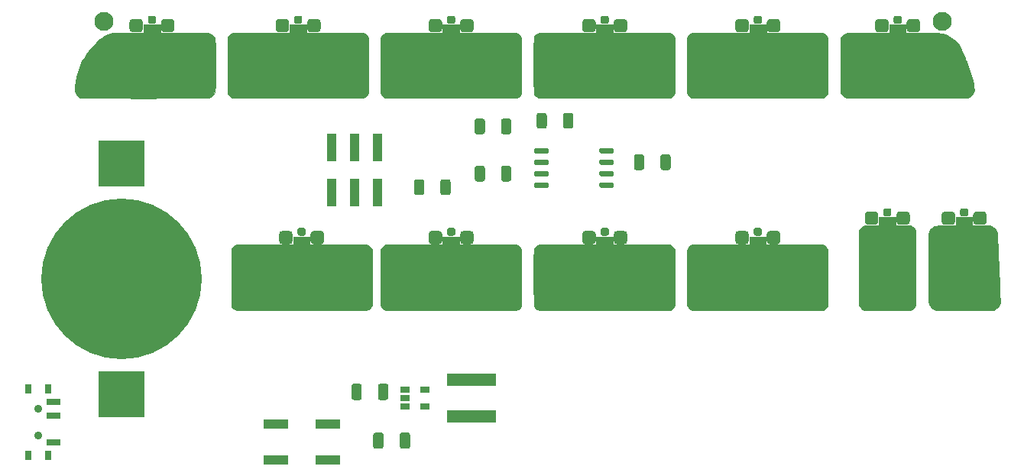
<source format=gbs>
G04 #@! TF.GenerationSoftware,KiCad,Pcbnew,(5.1.10)-1*
G04 #@! TF.CreationDate,2021-11-19T12:31:30+00:00*
G04 #@! TF.ProjectId,Bus Ornament,42757320-4f72-46e6-916d-656e742e6b69,rev?*
G04 #@! TF.SameCoordinates,Original*
G04 #@! TF.FileFunction,Soldermask,Bot*
G04 #@! TF.FilePolarity,Negative*
%FSLAX46Y46*%
G04 Gerber Fmt 4.6, Leading zero omitted, Abs format (unit mm)*
G04 Created by KiCad (PCBNEW (5.1.10)-1) date 2021-11-19 12:31:30*
%MOMM*%
%LPD*%
G01*
G04 APERTURE LIST*
%ADD10C,0.100000*%
%ADD11C,0.010000*%
%ADD12C,17.800000*%
%ADD13R,5.100000X5.100000*%
%ADD14C,2.100000*%
%ADD15C,0.900000*%
%ADD16R,1.500000X0.700000*%
%ADD17R,0.800000X1.000000*%
%ADD18R,2.800000X1.000000*%
%ADD19R,5.500000X1.430000*%
%ADD20R,1.060000X0.650000*%
%ADD21R,1.000000X3.150000*%
G04 APERTURE END LIST*
D10*
G36*
X163220400Y-108534200D02*
G01*
X161366200Y-108534200D01*
X161366200Y-107569000D01*
X163220400Y-107569000D01*
X163220400Y-108534200D01*
G37*
X163220400Y-108534200D02*
X161366200Y-108534200D01*
X161366200Y-107569000D01*
X163220400Y-107569000D01*
X163220400Y-108534200D01*
G36*
X154711400Y-108534200D02*
G01*
X152857200Y-108534200D01*
X152857200Y-107569000D01*
X154711400Y-107569000D01*
X154711400Y-108534200D01*
G37*
X154711400Y-108534200D02*
X152857200Y-108534200D01*
X152857200Y-107569000D01*
X154711400Y-107569000D01*
X154711400Y-108534200D01*
G36*
X140360400Y-110693200D02*
G01*
X138506200Y-110693200D01*
X138506200Y-109728000D01*
X140360400Y-109728000D01*
X140360400Y-110693200D01*
G37*
X140360400Y-110693200D02*
X138506200Y-110693200D01*
X138506200Y-109728000D01*
X140360400Y-109728000D01*
X140360400Y-110693200D01*
G36*
X123418600Y-110693200D02*
G01*
X121564400Y-110693200D01*
X121564400Y-109728000D01*
X123418600Y-109728000D01*
X123418600Y-110693200D01*
G37*
X123418600Y-110693200D02*
X121564400Y-110693200D01*
X121564400Y-109728000D01*
X123418600Y-109728000D01*
X123418600Y-110693200D01*
G36*
X106400600Y-110693200D02*
G01*
X104546400Y-110693200D01*
X104546400Y-109728000D01*
X106400600Y-109728000D01*
X106400600Y-110693200D01*
G37*
X106400600Y-110693200D02*
X104546400Y-110693200D01*
X104546400Y-109728000D01*
X106400600Y-109728000D01*
X106400600Y-110693200D01*
G36*
X89814400Y-110693200D02*
G01*
X87960200Y-110693200D01*
X87960200Y-109728000D01*
X89814400Y-109728000D01*
X89814400Y-110693200D01*
G37*
X89814400Y-110693200D02*
X87960200Y-110693200D01*
X87960200Y-109728000D01*
X89814400Y-109728000D01*
X89814400Y-110693200D01*
G36*
X155854400Y-87198200D02*
G01*
X154000200Y-87198200D01*
X154000200Y-86233000D01*
X155854400Y-86233000D01*
X155854400Y-87198200D01*
G37*
X155854400Y-87198200D02*
X154000200Y-87198200D01*
X154000200Y-86233000D01*
X155854400Y-86233000D01*
X155854400Y-87198200D01*
G36*
X140385800Y-87198200D02*
G01*
X138531600Y-87198200D01*
X138531600Y-86233000D01*
X140385800Y-86233000D01*
X140385800Y-87198200D01*
G37*
X140385800Y-87198200D02*
X138531600Y-87198200D01*
X138531600Y-86233000D01*
X140385800Y-86233000D01*
X140385800Y-87198200D01*
G36*
X123418600Y-87198200D02*
G01*
X121564400Y-87198200D01*
X121564400Y-86233000D01*
X123418600Y-86233000D01*
X123418600Y-87198200D01*
G37*
X123418600Y-87198200D02*
X121564400Y-87198200D01*
X121564400Y-86233000D01*
X123418600Y-86233000D01*
X123418600Y-87198200D01*
G36*
X106400600Y-87198200D02*
G01*
X104546400Y-87198200D01*
X104546400Y-86233000D01*
X106400600Y-86233000D01*
X106400600Y-87198200D01*
G37*
X106400600Y-87198200D02*
X104546400Y-87198200D01*
X104546400Y-86233000D01*
X106400600Y-86233000D01*
X106400600Y-87198200D01*
G36*
X89433400Y-87198200D02*
G01*
X87579200Y-87198200D01*
X87579200Y-86233000D01*
X89433400Y-86233000D01*
X89433400Y-87198200D01*
G37*
X89433400Y-87198200D02*
X87579200Y-87198200D01*
X87579200Y-86233000D01*
X89433400Y-86233000D01*
X89433400Y-87198200D01*
G36*
X73253600Y-87198200D02*
G01*
X71399400Y-87198200D01*
X71399400Y-86233000D01*
X73253600Y-86233000D01*
X73253600Y-87198200D01*
G37*
X73253600Y-87198200D02*
X71399400Y-87198200D01*
X71399400Y-86233000D01*
X73253600Y-86233000D01*
X73253600Y-87198200D01*
D11*
G36*
X72812751Y-87138952D02*
G01*
X72298165Y-87139016D01*
X71822700Y-87139136D01*
X71384750Y-87139322D01*
X70982710Y-87139583D01*
X70614972Y-87139931D01*
X70279930Y-87140375D01*
X69975980Y-87140926D01*
X69701514Y-87141594D01*
X69454927Y-87142389D01*
X69234612Y-87143322D01*
X69038963Y-87144402D01*
X68866375Y-87145641D01*
X68715241Y-87147047D01*
X68583955Y-87148633D01*
X68470912Y-87150407D01*
X68374504Y-87152380D01*
X68293126Y-87154563D01*
X68225172Y-87156965D01*
X68169035Y-87159596D01*
X68123110Y-87162468D01*
X68085791Y-87165591D01*
X68055471Y-87168974D01*
X68030545Y-87172628D01*
X68028105Y-87173039D01*
X67706335Y-87249073D01*
X67384653Y-87366858D01*
X67063846Y-87525817D01*
X66744704Y-87725374D01*
X66428013Y-87964953D01*
X66114563Y-88243976D01*
X65805142Y-88561867D01*
X65500537Y-88918050D01*
X65314014Y-89158438D01*
X65066041Y-89503076D01*
X64849968Y-89833921D01*
X64661705Y-90159468D01*
X64497162Y-90488212D01*
X64352248Y-90828649D01*
X64222874Y-91189274D01*
X64104950Y-91578582D01*
X64049426Y-91785016D01*
X63993499Y-92012838D01*
X63941393Y-92248390D01*
X63894292Y-92484640D01*
X63853379Y-92714555D01*
X63819836Y-92931101D01*
X63794847Y-93127245D01*
X63779595Y-93295955D01*
X63775167Y-93415353D01*
X63795305Y-93613508D01*
X63853559Y-93798533D01*
X63946692Y-93966346D01*
X64071465Y-94112866D01*
X64224641Y-94234012D01*
X64402981Y-94325703D01*
X64530675Y-94367526D01*
X64563895Y-94370675D01*
X64637497Y-94373671D01*
X64749549Y-94376514D01*
X64898117Y-94379205D01*
X65081268Y-94381744D01*
X65297069Y-94384131D01*
X65543587Y-94386367D01*
X65818889Y-94388451D01*
X66121041Y-94390384D01*
X66448110Y-94392166D01*
X66798163Y-94393798D01*
X67169267Y-94395279D01*
X67559488Y-94396610D01*
X67966894Y-94397792D01*
X68389551Y-94398824D01*
X68825527Y-94399707D01*
X69272887Y-94400440D01*
X69729698Y-94401026D01*
X70194029Y-94401462D01*
X70663944Y-94401751D01*
X71137512Y-94401892D01*
X71612798Y-94401885D01*
X72087871Y-94401730D01*
X72560796Y-94401429D01*
X73029640Y-94400980D01*
X73492470Y-94400385D01*
X73947353Y-94399644D01*
X74392356Y-94398757D01*
X74825546Y-94397724D01*
X75244989Y-94396545D01*
X75648752Y-94395221D01*
X76034903Y-94393753D01*
X76401507Y-94392139D01*
X76746631Y-94390381D01*
X77068344Y-94388479D01*
X77364710Y-94386432D01*
X77633798Y-94384243D01*
X77873673Y-94381909D01*
X78082403Y-94379433D01*
X78258055Y-94376813D01*
X78398695Y-94374052D01*
X78502390Y-94371147D01*
X78567207Y-94368101D01*
X78589619Y-94365603D01*
X78773528Y-94294907D01*
X78939124Y-94189200D01*
X79081614Y-94053589D01*
X79196204Y-93893178D01*
X79278101Y-93713073D01*
X79309276Y-93599016D01*
X79312621Y-93561748D01*
X79315724Y-93485264D01*
X79318582Y-93372680D01*
X79321196Y-93227113D01*
X79323564Y-93051679D01*
X79325686Y-92849495D01*
X79327559Y-92623677D01*
X79329184Y-92377343D01*
X79330560Y-92113607D01*
X79331685Y-91835588D01*
X79332558Y-91546400D01*
X79333178Y-91249162D01*
X79333545Y-90946989D01*
X79333658Y-90642997D01*
X79333515Y-90340304D01*
X79333115Y-90042026D01*
X79332458Y-89751279D01*
X79331542Y-89471179D01*
X79330367Y-89204844D01*
X79328931Y-88955390D01*
X79327234Y-88725933D01*
X79325275Y-88519590D01*
X79323052Y-88339476D01*
X79320564Y-88188710D01*
X79317811Y-88070407D01*
X79314792Y-87987684D01*
X79311506Y-87943656D01*
X79311062Y-87940955D01*
X79254163Y-87751046D01*
X79160877Y-87577958D01*
X79035383Y-87426417D01*
X78881863Y-87301143D01*
X78704496Y-87206861D01*
X78640127Y-87182913D01*
X78508503Y-87138933D01*
X73368065Y-87138933D01*
X72812751Y-87138952D01*
G37*
X72812751Y-87138952D02*
X72298165Y-87139016D01*
X71822700Y-87139136D01*
X71384750Y-87139322D01*
X70982710Y-87139583D01*
X70614972Y-87139931D01*
X70279930Y-87140375D01*
X69975980Y-87140926D01*
X69701514Y-87141594D01*
X69454927Y-87142389D01*
X69234612Y-87143322D01*
X69038963Y-87144402D01*
X68866375Y-87145641D01*
X68715241Y-87147047D01*
X68583955Y-87148633D01*
X68470912Y-87150407D01*
X68374504Y-87152380D01*
X68293126Y-87154563D01*
X68225172Y-87156965D01*
X68169035Y-87159596D01*
X68123110Y-87162468D01*
X68085791Y-87165591D01*
X68055471Y-87168974D01*
X68030545Y-87172628D01*
X68028105Y-87173039D01*
X67706335Y-87249073D01*
X67384653Y-87366858D01*
X67063846Y-87525817D01*
X66744704Y-87725374D01*
X66428013Y-87964953D01*
X66114563Y-88243976D01*
X65805142Y-88561867D01*
X65500537Y-88918050D01*
X65314014Y-89158438D01*
X65066041Y-89503076D01*
X64849968Y-89833921D01*
X64661705Y-90159468D01*
X64497162Y-90488212D01*
X64352248Y-90828649D01*
X64222874Y-91189274D01*
X64104950Y-91578582D01*
X64049426Y-91785016D01*
X63993499Y-92012838D01*
X63941393Y-92248390D01*
X63894292Y-92484640D01*
X63853379Y-92714555D01*
X63819836Y-92931101D01*
X63794847Y-93127245D01*
X63779595Y-93295955D01*
X63775167Y-93415353D01*
X63795305Y-93613508D01*
X63853559Y-93798533D01*
X63946692Y-93966346D01*
X64071465Y-94112866D01*
X64224641Y-94234012D01*
X64402981Y-94325703D01*
X64530675Y-94367526D01*
X64563895Y-94370675D01*
X64637497Y-94373671D01*
X64749549Y-94376514D01*
X64898117Y-94379205D01*
X65081268Y-94381744D01*
X65297069Y-94384131D01*
X65543587Y-94386367D01*
X65818889Y-94388451D01*
X66121041Y-94390384D01*
X66448110Y-94392166D01*
X66798163Y-94393798D01*
X67169267Y-94395279D01*
X67559488Y-94396610D01*
X67966894Y-94397792D01*
X68389551Y-94398824D01*
X68825527Y-94399707D01*
X69272887Y-94400440D01*
X69729698Y-94401026D01*
X70194029Y-94401462D01*
X70663944Y-94401751D01*
X71137512Y-94401892D01*
X71612798Y-94401885D01*
X72087871Y-94401730D01*
X72560796Y-94401429D01*
X73029640Y-94400980D01*
X73492470Y-94400385D01*
X73947353Y-94399644D01*
X74392356Y-94398757D01*
X74825546Y-94397724D01*
X75244989Y-94396545D01*
X75648752Y-94395221D01*
X76034903Y-94393753D01*
X76401507Y-94392139D01*
X76746631Y-94390381D01*
X77068344Y-94388479D01*
X77364710Y-94386432D01*
X77633798Y-94384243D01*
X77873673Y-94381909D01*
X78082403Y-94379433D01*
X78258055Y-94376813D01*
X78398695Y-94374052D01*
X78502390Y-94371147D01*
X78567207Y-94368101D01*
X78589619Y-94365603D01*
X78773528Y-94294907D01*
X78939124Y-94189200D01*
X79081614Y-94053589D01*
X79196204Y-93893178D01*
X79278101Y-93713073D01*
X79309276Y-93599016D01*
X79312621Y-93561748D01*
X79315724Y-93485264D01*
X79318582Y-93372680D01*
X79321196Y-93227113D01*
X79323564Y-93051679D01*
X79325686Y-92849495D01*
X79327559Y-92623677D01*
X79329184Y-92377343D01*
X79330560Y-92113607D01*
X79331685Y-91835588D01*
X79332558Y-91546400D01*
X79333178Y-91249162D01*
X79333545Y-90946989D01*
X79333658Y-90642997D01*
X79333515Y-90340304D01*
X79333115Y-90042026D01*
X79332458Y-89751279D01*
X79331542Y-89471179D01*
X79330367Y-89204844D01*
X79328931Y-88955390D01*
X79327234Y-88725933D01*
X79325275Y-88519590D01*
X79323052Y-88339476D01*
X79320564Y-88188710D01*
X79317811Y-88070407D01*
X79314792Y-87987684D01*
X79311506Y-87943656D01*
X79311062Y-87940955D01*
X79254163Y-87751046D01*
X79160877Y-87577958D01*
X79035383Y-87426417D01*
X78881863Y-87301143D01*
X78704496Y-87206861D01*
X78640127Y-87182913D01*
X78508503Y-87138933D01*
X73368065Y-87138933D01*
X72812751Y-87138952D01*
G36*
X81127675Y-87206035D02*
G01*
X80984496Y-87295444D01*
X80860792Y-87417367D01*
X80764887Y-87563480D01*
X80759543Y-87574167D01*
X80697917Y-87699850D01*
X80697917Y-93817016D01*
X80757690Y-93946353D01*
X80846894Y-94091505D01*
X80968079Y-94217152D01*
X81112221Y-94314313D01*
X81142417Y-94329260D01*
X81269417Y-94388516D01*
X88466084Y-94392397D01*
X89131282Y-94392737D01*
X89755426Y-94393015D01*
X90339797Y-94393226D01*
X90885675Y-94393365D01*
X91394338Y-94393429D01*
X91867068Y-94393411D01*
X92305144Y-94393307D01*
X92709846Y-94393114D01*
X93082453Y-94392826D01*
X93424246Y-94392438D01*
X93736505Y-94391946D01*
X94020509Y-94391346D01*
X94277539Y-94390633D01*
X94508873Y-94389801D01*
X94715793Y-94388847D01*
X94899578Y-94387766D01*
X95061508Y-94386553D01*
X95202862Y-94385204D01*
X95324921Y-94383714D01*
X95428965Y-94382078D01*
X95516273Y-94380292D01*
X95588125Y-94378351D01*
X95645802Y-94376251D01*
X95690582Y-94373986D01*
X95723747Y-94371553D01*
X95746575Y-94368946D01*
X95760347Y-94366161D01*
X95760749Y-94366040D01*
X95907267Y-94300148D01*
X96041656Y-94200444D01*
X96155293Y-94075303D01*
X96239556Y-93933099D01*
X96260628Y-93880516D01*
X96265778Y-93863916D01*
X96270430Y-93843533D01*
X96274610Y-93817258D01*
X96278342Y-93782980D01*
X96281653Y-93738587D01*
X96284567Y-93681969D01*
X96287109Y-93611016D01*
X96289304Y-93523616D01*
X96291178Y-93417660D01*
X96292755Y-93291035D01*
X96294061Y-93141632D01*
X96295121Y-92967339D01*
X96295959Y-92766046D01*
X96296601Y-92535642D01*
X96297072Y-92274017D01*
X96297398Y-91979059D01*
X96297602Y-91648658D01*
X96297711Y-91280704D01*
X96297749Y-90873085D01*
X96297750Y-90758433D01*
X96297750Y-87742183D01*
X96248631Y-87620545D01*
X96176663Y-87489151D01*
X96074382Y-87365439D01*
X95953512Y-87262091D01*
X95870963Y-87212059D01*
X95747417Y-87149516D01*
X81248250Y-87149516D01*
X81127675Y-87206035D01*
G37*
X81127675Y-87206035D02*
X80984496Y-87295444D01*
X80860792Y-87417367D01*
X80764887Y-87563480D01*
X80759543Y-87574167D01*
X80697917Y-87699850D01*
X80697917Y-93817016D01*
X80757690Y-93946353D01*
X80846894Y-94091505D01*
X80968079Y-94217152D01*
X81112221Y-94314313D01*
X81142417Y-94329260D01*
X81269417Y-94388516D01*
X88466084Y-94392397D01*
X89131282Y-94392737D01*
X89755426Y-94393015D01*
X90339797Y-94393226D01*
X90885675Y-94393365D01*
X91394338Y-94393429D01*
X91867068Y-94393411D01*
X92305144Y-94393307D01*
X92709846Y-94393114D01*
X93082453Y-94392826D01*
X93424246Y-94392438D01*
X93736505Y-94391946D01*
X94020509Y-94391346D01*
X94277539Y-94390633D01*
X94508873Y-94389801D01*
X94715793Y-94388847D01*
X94899578Y-94387766D01*
X95061508Y-94386553D01*
X95202862Y-94385204D01*
X95324921Y-94383714D01*
X95428965Y-94382078D01*
X95516273Y-94380292D01*
X95588125Y-94378351D01*
X95645802Y-94376251D01*
X95690582Y-94373986D01*
X95723747Y-94371553D01*
X95746575Y-94368946D01*
X95760347Y-94366161D01*
X95760749Y-94366040D01*
X95907267Y-94300148D01*
X96041656Y-94200444D01*
X96155293Y-94075303D01*
X96239556Y-93933099D01*
X96260628Y-93880516D01*
X96265778Y-93863916D01*
X96270430Y-93843533D01*
X96274610Y-93817258D01*
X96278342Y-93782980D01*
X96281653Y-93738587D01*
X96284567Y-93681969D01*
X96287109Y-93611016D01*
X96289304Y-93523616D01*
X96291178Y-93417660D01*
X96292755Y-93291035D01*
X96294061Y-93141632D01*
X96295121Y-92967339D01*
X96295959Y-92766046D01*
X96296601Y-92535642D01*
X96297072Y-92274017D01*
X96297398Y-91979059D01*
X96297602Y-91648658D01*
X96297711Y-91280704D01*
X96297749Y-90873085D01*
X96297750Y-90758433D01*
X96297750Y-87742183D01*
X96248631Y-87620545D01*
X96176663Y-87489151D01*
X96074382Y-87365439D01*
X95953512Y-87262091D01*
X95870963Y-87212059D01*
X95747417Y-87149516D01*
X81248250Y-87149516D01*
X81127675Y-87206035D01*
G36*
X98104960Y-87205294D02*
G01*
X97953241Y-87296523D01*
X97833087Y-87414531D01*
X97742580Y-87558809D01*
X97673584Y-87698963D01*
X97673584Y-93838183D01*
X97735497Y-93964281D01*
X97831872Y-94113757D01*
X97960163Y-94239321D01*
X98102912Y-94329103D01*
X98223917Y-94388516D01*
X105431167Y-94392471D01*
X106103596Y-94392817D01*
X106734913Y-94393091D01*
X107326341Y-94393288D01*
X107879101Y-94393406D01*
X108394416Y-94393440D01*
X108873508Y-94393385D01*
X109317598Y-94393238D01*
X109727909Y-94392995D01*
X110105662Y-94392652D01*
X110452079Y-94392204D01*
X110768383Y-94391647D01*
X111055795Y-94390978D01*
X111315538Y-94390193D01*
X111548832Y-94389287D01*
X111756901Y-94388256D01*
X111940966Y-94387097D01*
X112102250Y-94385804D01*
X112241973Y-94384375D01*
X112361359Y-94382805D01*
X112461628Y-94381090D01*
X112544004Y-94379227D01*
X112609707Y-94377210D01*
X112659961Y-94375036D01*
X112695986Y-94372700D01*
X112719006Y-94370200D01*
X112728299Y-94368268D01*
X112885611Y-94297491D01*
X113023901Y-94192422D01*
X113136775Y-94059173D01*
X113217841Y-93903859D01*
X113220032Y-93898077D01*
X113225991Y-93881662D01*
X113231373Y-93864449D01*
X113236203Y-93844324D01*
X113240507Y-93819174D01*
X113244309Y-93786886D01*
X113247636Y-93745347D01*
X113250511Y-93692441D01*
X113252961Y-93626057D01*
X113255010Y-93544080D01*
X113256683Y-93444397D01*
X113258007Y-93324895D01*
X113259006Y-93183460D01*
X113259705Y-93017979D01*
X113260130Y-92826338D01*
X113260306Y-92606423D01*
X113260258Y-92356121D01*
X113260010Y-92073319D01*
X113259590Y-91755904D01*
X113259021Y-91401761D01*
X113258328Y-91008777D01*
X113257822Y-90730431D01*
X113252250Y-87678683D01*
X113180303Y-87546003D01*
X113085081Y-87404136D01*
X112966060Y-87290982D01*
X112834969Y-87208466D01*
X112723084Y-87149516D01*
X98223917Y-87149516D01*
X98104960Y-87205294D01*
G37*
X98104960Y-87205294D02*
X97953241Y-87296523D01*
X97833087Y-87414531D01*
X97742580Y-87558809D01*
X97673584Y-87698963D01*
X97673584Y-93838183D01*
X97735497Y-93964281D01*
X97831872Y-94113757D01*
X97960163Y-94239321D01*
X98102912Y-94329103D01*
X98223917Y-94388516D01*
X105431167Y-94392471D01*
X106103596Y-94392817D01*
X106734913Y-94393091D01*
X107326341Y-94393288D01*
X107879101Y-94393406D01*
X108394416Y-94393440D01*
X108873508Y-94393385D01*
X109317598Y-94393238D01*
X109727909Y-94392995D01*
X110105662Y-94392652D01*
X110452079Y-94392204D01*
X110768383Y-94391647D01*
X111055795Y-94390978D01*
X111315538Y-94390193D01*
X111548832Y-94389287D01*
X111756901Y-94388256D01*
X111940966Y-94387097D01*
X112102250Y-94385804D01*
X112241973Y-94384375D01*
X112361359Y-94382805D01*
X112461628Y-94381090D01*
X112544004Y-94379227D01*
X112609707Y-94377210D01*
X112659961Y-94375036D01*
X112695986Y-94372700D01*
X112719006Y-94370200D01*
X112728299Y-94368268D01*
X112885611Y-94297491D01*
X113023901Y-94192422D01*
X113136775Y-94059173D01*
X113217841Y-93903859D01*
X113220032Y-93898077D01*
X113225991Y-93881662D01*
X113231373Y-93864449D01*
X113236203Y-93844324D01*
X113240507Y-93819174D01*
X113244309Y-93786886D01*
X113247636Y-93745347D01*
X113250511Y-93692441D01*
X113252961Y-93626057D01*
X113255010Y-93544080D01*
X113256683Y-93444397D01*
X113258007Y-93324895D01*
X113259006Y-93183460D01*
X113259705Y-93017979D01*
X113260130Y-92826338D01*
X113260306Y-92606423D01*
X113260258Y-92356121D01*
X113260010Y-92073319D01*
X113259590Y-91755904D01*
X113259021Y-91401761D01*
X113258328Y-91008777D01*
X113257822Y-90730431D01*
X113252250Y-87678683D01*
X113180303Y-87546003D01*
X113085081Y-87404136D01*
X112966060Y-87290982D01*
X112834969Y-87208466D01*
X112723084Y-87149516D01*
X98223917Y-87149516D01*
X98104960Y-87205294D01*
G36*
X115065383Y-87209049D02*
G01*
X114908209Y-87313563D01*
X114784373Y-87443126D01*
X114695376Y-87595661D01*
X114642714Y-87769088D01*
X114637097Y-87803134D01*
X114634334Y-87843665D01*
X114631795Y-87923462D01*
X114629479Y-88039459D01*
X114627385Y-88188589D01*
X114625511Y-88367785D01*
X114623857Y-88573981D01*
X114622421Y-88804111D01*
X114621203Y-89055108D01*
X114620200Y-89323905D01*
X114619412Y-89607435D01*
X114618838Y-89902633D01*
X114618475Y-90206431D01*
X114618324Y-90515763D01*
X114618383Y-90827563D01*
X114618651Y-91138764D01*
X114619125Y-91446299D01*
X114619807Y-91747102D01*
X114620693Y-92038106D01*
X114621783Y-92316245D01*
X114623076Y-92578452D01*
X114624570Y-92821661D01*
X114626265Y-93042804D01*
X114628159Y-93238816D01*
X114630251Y-93406630D01*
X114632539Y-93543180D01*
X114635023Y-93645398D01*
X114637701Y-93710218D01*
X114639418Y-93730009D01*
X114685182Y-93909665D01*
X114766477Y-94066767D01*
X114881819Y-94199297D01*
X115029723Y-94305238D01*
X115083167Y-94332945D01*
X115199584Y-94388516D01*
X122396250Y-94392733D01*
X123052263Y-94393111D01*
X123667286Y-94393447D01*
X124242666Y-94393736D01*
X124779747Y-94393970D01*
X125279873Y-94394144D01*
X125744389Y-94394251D01*
X126174641Y-94394285D01*
X126571972Y-94394240D01*
X126937728Y-94394110D01*
X127273253Y-94393888D01*
X127579892Y-94393568D01*
X127858989Y-94393144D01*
X128111890Y-94392609D01*
X128339939Y-94391958D01*
X128544481Y-94391184D01*
X128726861Y-94390281D01*
X128888422Y-94389242D01*
X129030511Y-94388062D01*
X129154471Y-94386733D01*
X129261648Y-94385251D01*
X129353386Y-94383608D01*
X129431031Y-94381798D01*
X129495925Y-94379816D01*
X129549415Y-94377654D01*
X129592845Y-94375307D01*
X129627560Y-94372768D01*
X129654905Y-94370031D01*
X129676223Y-94367090D01*
X129692861Y-94363938D01*
X129706163Y-94360570D01*
X129712239Y-94358720D01*
X129869610Y-94287525D01*
X130005504Y-94183926D01*
X130099418Y-94072871D01*
X130118445Y-94045774D01*
X130135677Y-94021934D01*
X130151200Y-93999238D01*
X130165099Y-93975572D01*
X130177457Y-93948821D01*
X130188362Y-93916874D01*
X130197896Y-93877615D01*
X130206144Y-93828931D01*
X130213193Y-93768708D01*
X130219126Y-93694834D01*
X130224028Y-93605193D01*
X130227984Y-93497673D01*
X130231080Y-93370159D01*
X130233399Y-93220539D01*
X130235026Y-93046698D01*
X130236047Y-92846522D01*
X130236546Y-92617898D01*
X130236608Y-92358713D01*
X130236317Y-92066853D01*
X130235760Y-91740203D01*
X130235020Y-91376650D01*
X130234182Y-90974082D01*
X130233693Y-90726683D01*
X130227917Y-87699850D01*
X130171398Y-87579274D01*
X130086155Y-87442001D01*
X129970516Y-87320146D01*
X129836263Y-87225490D01*
X129798160Y-87206035D01*
X129677584Y-87149516D01*
X115178417Y-87149516D01*
X115065383Y-87209049D01*
G37*
X115065383Y-87209049D02*
X114908209Y-87313563D01*
X114784373Y-87443126D01*
X114695376Y-87595661D01*
X114642714Y-87769088D01*
X114637097Y-87803134D01*
X114634334Y-87843665D01*
X114631795Y-87923462D01*
X114629479Y-88039459D01*
X114627385Y-88188589D01*
X114625511Y-88367785D01*
X114623857Y-88573981D01*
X114622421Y-88804111D01*
X114621203Y-89055108D01*
X114620200Y-89323905D01*
X114619412Y-89607435D01*
X114618838Y-89902633D01*
X114618475Y-90206431D01*
X114618324Y-90515763D01*
X114618383Y-90827563D01*
X114618651Y-91138764D01*
X114619125Y-91446299D01*
X114619807Y-91747102D01*
X114620693Y-92038106D01*
X114621783Y-92316245D01*
X114623076Y-92578452D01*
X114624570Y-92821661D01*
X114626265Y-93042804D01*
X114628159Y-93238816D01*
X114630251Y-93406630D01*
X114632539Y-93543180D01*
X114635023Y-93645398D01*
X114637701Y-93710218D01*
X114639418Y-93730009D01*
X114685182Y-93909665D01*
X114766477Y-94066767D01*
X114881819Y-94199297D01*
X115029723Y-94305238D01*
X115083167Y-94332945D01*
X115199584Y-94388516D01*
X122396250Y-94392733D01*
X123052263Y-94393111D01*
X123667286Y-94393447D01*
X124242666Y-94393736D01*
X124779747Y-94393970D01*
X125279873Y-94394144D01*
X125744389Y-94394251D01*
X126174641Y-94394285D01*
X126571972Y-94394240D01*
X126937728Y-94394110D01*
X127273253Y-94393888D01*
X127579892Y-94393568D01*
X127858989Y-94393144D01*
X128111890Y-94392609D01*
X128339939Y-94391958D01*
X128544481Y-94391184D01*
X128726861Y-94390281D01*
X128888422Y-94389242D01*
X129030511Y-94388062D01*
X129154471Y-94386733D01*
X129261648Y-94385251D01*
X129353386Y-94383608D01*
X129431031Y-94381798D01*
X129495925Y-94379816D01*
X129549415Y-94377654D01*
X129592845Y-94375307D01*
X129627560Y-94372768D01*
X129654905Y-94370031D01*
X129676223Y-94367090D01*
X129692861Y-94363938D01*
X129706163Y-94360570D01*
X129712239Y-94358720D01*
X129869610Y-94287525D01*
X130005504Y-94183926D01*
X130099418Y-94072871D01*
X130118445Y-94045774D01*
X130135677Y-94021934D01*
X130151200Y-93999238D01*
X130165099Y-93975572D01*
X130177457Y-93948821D01*
X130188362Y-93916874D01*
X130197896Y-93877615D01*
X130206144Y-93828931D01*
X130213193Y-93768708D01*
X130219126Y-93694834D01*
X130224028Y-93605193D01*
X130227984Y-93497673D01*
X130231080Y-93370159D01*
X130233399Y-93220539D01*
X130235026Y-93046698D01*
X130236047Y-92846522D01*
X130236546Y-92617898D01*
X130236608Y-92358713D01*
X130236317Y-92066853D01*
X130235760Y-91740203D01*
X130235020Y-91376650D01*
X130234182Y-90974082D01*
X130233693Y-90726683D01*
X130227917Y-87699850D01*
X130171398Y-87579274D01*
X130086155Y-87442001D01*
X129970516Y-87320146D01*
X129836263Y-87225490D01*
X129798160Y-87206035D01*
X129677584Y-87149516D01*
X115178417Y-87149516D01*
X115065383Y-87209049D01*
G36*
X132035031Y-87207982D02*
G01*
X131924163Y-87278466D01*
X131816152Y-87374956D01*
X131725285Y-87483438D01*
X131681802Y-87554489D01*
X131669403Y-87579294D01*
X131658191Y-87604133D01*
X131648109Y-87631139D01*
X131639103Y-87662445D01*
X131631118Y-87700183D01*
X131624100Y-87746488D01*
X131617994Y-87803493D01*
X131612744Y-87873330D01*
X131608297Y-87958133D01*
X131604598Y-88060035D01*
X131601592Y-88181169D01*
X131599223Y-88323668D01*
X131597439Y-88489666D01*
X131596183Y-88681296D01*
X131595401Y-88900691D01*
X131595038Y-89149984D01*
X131595039Y-89431308D01*
X131595351Y-89746797D01*
X131595918Y-90098584D01*
X131596685Y-90488801D01*
X131597434Y-90843100D01*
X131603750Y-93795850D01*
X131652513Y-93916534D01*
X131734474Y-94064932D01*
X131850013Y-94194333D01*
X131991938Y-94297134D01*
X132033309Y-94319077D01*
X132174358Y-94388516D01*
X139371471Y-94392455D01*
X140049463Y-94392800D01*
X140686289Y-94393065D01*
X141283115Y-94393247D01*
X141841108Y-94393344D01*
X142361434Y-94393350D01*
X142845261Y-94393262D01*
X143293755Y-94393077D01*
X143708083Y-94392791D01*
X144089411Y-94392400D01*
X144438906Y-94391901D01*
X144757735Y-94391289D01*
X145047065Y-94390562D01*
X145308062Y-94389715D01*
X145541893Y-94388745D01*
X145749725Y-94387648D01*
X145932724Y-94386421D01*
X146092058Y-94385059D01*
X146228892Y-94383560D01*
X146344394Y-94381918D01*
X146439730Y-94380132D01*
X146516068Y-94378197D01*
X146574573Y-94376109D01*
X146616413Y-94373864D01*
X146642754Y-94371460D01*
X146653250Y-94369484D01*
X146825001Y-94294359D01*
X146969187Y-94187155D01*
X147085186Y-94048415D01*
X147147272Y-93937140D01*
X147203584Y-93817016D01*
X147203584Y-87721016D01*
X147136809Y-87580075D01*
X147040967Y-87423695D01*
X146916092Y-87298096D01*
X146773047Y-87208346D01*
X146653250Y-87149516D01*
X132154084Y-87149516D01*
X132035031Y-87207982D01*
G37*
X132035031Y-87207982D02*
X131924163Y-87278466D01*
X131816152Y-87374956D01*
X131725285Y-87483438D01*
X131681802Y-87554489D01*
X131669403Y-87579294D01*
X131658191Y-87604133D01*
X131648109Y-87631139D01*
X131639103Y-87662445D01*
X131631118Y-87700183D01*
X131624100Y-87746488D01*
X131617994Y-87803493D01*
X131612744Y-87873330D01*
X131608297Y-87958133D01*
X131604598Y-88060035D01*
X131601592Y-88181169D01*
X131599223Y-88323668D01*
X131597439Y-88489666D01*
X131596183Y-88681296D01*
X131595401Y-88900691D01*
X131595038Y-89149984D01*
X131595039Y-89431308D01*
X131595351Y-89746797D01*
X131595918Y-90098584D01*
X131596685Y-90488801D01*
X131597434Y-90843100D01*
X131603750Y-93795850D01*
X131652513Y-93916534D01*
X131734474Y-94064932D01*
X131850013Y-94194333D01*
X131991938Y-94297134D01*
X132033309Y-94319077D01*
X132174358Y-94388516D01*
X139371471Y-94392455D01*
X140049463Y-94392800D01*
X140686289Y-94393065D01*
X141283115Y-94393247D01*
X141841108Y-94393344D01*
X142361434Y-94393350D01*
X142845261Y-94393262D01*
X143293755Y-94393077D01*
X143708083Y-94392791D01*
X144089411Y-94392400D01*
X144438906Y-94391901D01*
X144757735Y-94391289D01*
X145047065Y-94390562D01*
X145308062Y-94389715D01*
X145541893Y-94388745D01*
X145749725Y-94387648D01*
X145932724Y-94386421D01*
X146092058Y-94385059D01*
X146228892Y-94383560D01*
X146344394Y-94381918D01*
X146439730Y-94380132D01*
X146516068Y-94378197D01*
X146574573Y-94376109D01*
X146616413Y-94373864D01*
X146642754Y-94371460D01*
X146653250Y-94369484D01*
X146825001Y-94294359D01*
X146969187Y-94187155D01*
X147085186Y-94048415D01*
X147147272Y-93937140D01*
X147203584Y-93817016D01*
X147203584Y-87721016D01*
X147136809Y-87580075D01*
X147040967Y-87423695D01*
X146916092Y-87298096D01*
X146773047Y-87208346D01*
X146653250Y-87149516D01*
X132154084Y-87149516D01*
X132035031Y-87207982D01*
G36*
X156518805Y-87140434D02*
G01*
X156119870Y-87140669D01*
X155685392Y-87141073D01*
X155213655Y-87141617D01*
X154702940Y-87142274D01*
X154178000Y-87142979D01*
X149341417Y-87149516D01*
X149178735Y-87227202D01*
X149000789Y-87331328D01*
X148855711Y-87459583D01*
X148739794Y-87616024D01*
X148649326Y-87804708D01*
X148648301Y-87807392D01*
X148600584Y-87932683D01*
X148594646Y-90673766D01*
X148593892Y-91099160D01*
X148593534Y-91494710D01*
X148593564Y-91859257D01*
X148593976Y-92191643D01*
X148594765Y-92490708D01*
X148595925Y-92755296D01*
X148597450Y-92984246D01*
X148599333Y-93176400D01*
X148601569Y-93330600D01*
X148604152Y-93445686D01*
X148607075Y-93520500D01*
X148609581Y-93550110D01*
X148656103Y-93727570D01*
X148736738Y-93898341D01*
X148845444Y-94053667D01*
X148976177Y-94184790D01*
X149111033Y-94276695D01*
X149131331Y-94288273D01*
X149148840Y-94299102D01*
X149164971Y-94309205D01*
X149181132Y-94318608D01*
X149198732Y-94327335D01*
X149219182Y-94335411D01*
X149243890Y-94342860D01*
X149274266Y-94349708D01*
X149311720Y-94355979D01*
X149357660Y-94361698D01*
X149413496Y-94366889D01*
X149480637Y-94371578D01*
X149560494Y-94375789D01*
X149654475Y-94379546D01*
X149763989Y-94382875D01*
X149890446Y-94385800D01*
X150035256Y-94388346D01*
X150199827Y-94390538D01*
X150385570Y-94392400D01*
X150593893Y-94393957D01*
X150826206Y-94395234D01*
X151083918Y-94396256D01*
X151368439Y-94397047D01*
X151681178Y-94397632D01*
X152023545Y-94398036D01*
X152396948Y-94398283D01*
X152802798Y-94398399D01*
X153242503Y-94398407D01*
X153717473Y-94398333D01*
X154229118Y-94398201D01*
X154778846Y-94398037D01*
X155368068Y-94397865D01*
X155998192Y-94397709D01*
X156008073Y-94397706D01*
X156642912Y-94397550D01*
X157236754Y-94397354D01*
X157790936Y-94397114D01*
X158306795Y-94396823D01*
X158785668Y-94396475D01*
X159228890Y-94396063D01*
X159637799Y-94395581D01*
X160013732Y-94395023D01*
X160358025Y-94394382D01*
X160672014Y-94393652D01*
X160957037Y-94392828D01*
X161214429Y-94391902D01*
X161445529Y-94390868D01*
X161651672Y-94389720D01*
X161834195Y-94388452D01*
X161994434Y-94387058D01*
X162133727Y-94385531D01*
X162253411Y-94383864D01*
X162354820Y-94382052D01*
X162439294Y-94380089D01*
X162508167Y-94377967D01*
X162562777Y-94375681D01*
X162604461Y-94373225D01*
X162634555Y-94370591D01*
X162654395Y-94367775D01*
X162660528Y-94366394D01*
X162849326Y-94294532D01*
X163016302Y-94188598D01*
X163157956Y-94052686D01*
X163270790Y-93890885D01*
X163351303Y-93707290D01*
X163395926Y-93506556D01*
X163399221Y-93416516D01*
X163392347Y-93292019D01*
X163376294Y-93139443D01*
X163352053Y-92965166D01*
X163320615Y-92775566D01*
X163282971Y-92577022D01*
X163240112Y-92375913D01*
X163193028Y-92178615D01*
X163184400Y-92144850D01*
X163049039Y-91667954D01*
X162885389Y-91173774D01*
X162697077Y-90672837D01*
X162576509Y-90379873D01*
X162522269Y-90251428D01*
X162457147Y-90095878D01*
X162386183Y-89925345D01*
X162314419Y-89751950D01*
X162246894Y-89587813D01*
X162232202Y-89551933D01*
X162120092Y-89283785D01*
X162017117Y-89051234D01*
X161920352Y-88849300D01*
X161826872Y-88673001D01*
X161733753Y-88517355D01*
X161638071Y-88377381D01*
X161536901Y-88248098D01*
X161427318Y-88124523D01*
X161343666Y-88038377D01*
X161098568Y-87820320D01*
X160832114Y-87634542D01*
X160541505Y-87479609D01*
X160223943Y-87354081D01*
X159876630Y-87256523D01*
X159779669Y-87235263D01*
X159728102Y-87224624D01*
X159678782Y-87214775D01*
X159629990Y-87205690D01*
X159580008Y-87197340D01*
X159527118Y-87189696D01*
X159469604Y-87182731D01*
X159405748Y-87176416D01*
X159333831Y-87170722D01*
X159252136Y-87165621D01*
X159158946Y-87161086D01*
X159052543Y-87157087D01*
X158931210Y-87153597D01*
X158793228Y-87150587D01*
X158636880Y-87148028D01*
X158460448Y-87145894D01*
X158262215Y-87144154D01*
X158040464Y-87142782D01*
X157793476Y-87141748D01*
X157519533Y-87141025D01*
X157216919Y-87140583D01*
X156883916Y-87140396D01*
X156518805Y-87140434D01*
G37*
X156518805Y-87140434D02*
X156119870Y-87140669D01*
X155685392Y-87141073D01*
X155213655Y-87141617D01*
X154702940Y-87142274D01*
X154178000Y-87142979D01*
X149341417Y-87149516D01*
X149178735Y-87227202D01*
X149000789Y-87331328D01*
X148855711Y-87459583D01*
X148739794Y-87616024D01*
X148649326Y-87804708D01*
X148648301Y-87807392D01*
X148600584Y-87932683D01*
X148594646Y-90673766D01*
X148593892Y-91099160D01*
X148593534Y-91494710D01*
X148593564Y-91859257D01*
X148593976Y-92191643D01*
X148594765Y-92490708D01*
X148595925Y-92755296D01*
X148597450Y-92984246D01*
X148599333Y-93176400D01*
X148601569Y-93330600D01*
X148604152Y-93445686D01*
X148607075Y-93520500D01*
X148609581Y-93550110D01*
X148656103Y-93727570D01*
X148736738Y-93898341D01*
X148845444Y-94053667D01*
X148976177Y-94184790D01*
X149111033Y-94276695D01*
X149131331Y-94288273D01*
X149148840Y-94299102D01*
X149164971Y-94309205D01*
X149181132Y-94318608D01*
X149198732Y-94327335D01*
X149219182Y-94335411D01*
X149243890Y-94342860D01*
X149274266Y-94349708D01*
X149311720Y-94355979D01*
X149357660Y-94361698D01*
X149413496Y-94366889D01*
X149480637Y-94371578D01*
X149560494Y-94375789D01*
X149654475Y-94379546D01*
X149763989Y-94382875D01*
X149890446Y-94385800D01*
X150035256Y-94388346D01*
X150199827Y-94390538D01*
X150385570Y-94392400D01*
X150593893Y-94393957D01*
X150826206Y-94395234D01*
X151083918Y-94396256D01*
X151368439Y-94397047D01*
X151681178Y-94397632D01*
X152023545Y-94398036D01*
X152396948Y-94398283D01*
X152802798Y-94398399D01*
X153242503Y-94398407D01*
X153717473Y-94398333D01*
X154229118Y-94398201D01*
X154778846Y-94398037D01*
X155368068Y-94397865D01*
X155998192Y-94397709D01*
X156008073Y-94397706D01*
X156642912Y-94397550D01*
X157236754Y-94397354D01*
X157790936Y-94397114D01*
X158306795Y-94396823D01*
X158785668Y-94396475D01*
X159228890Y-94396063D01*
X159637799Y-94395581D01*
X160013732Y-94395023D01*
X160358025Y-94394382D01*
X160672014Y-94393652D01*
X160957037Y-94392828D01*
X161214429Y-94391902D01*
X161445529Y-94390868D01*
X161651672Y-94389720D01*
X161834195Y-94388452D01*
X161994434Y-94387058D01*
X162133727Y-94385531D01*
X162253411Y-94383864D01*
X162354820Y-94382052D01*
X162439294Y-94380089D01*
X162508167Y-94377967D01*
X162562777Y-94375681D01*
X162604461Y-94373225D01*
X162634555Y-94370591D01*
X162654395Y-94367775D01*
X162660528Y-94366394D01*
X162849326Y-94294532D01*
X163016302Y-94188598D01*
X163157956Y-94052686D01*
X163270790Y-93890885D01*
X163351303Y-93707290D01*
X163395926Y-93506556D01*
X163399221Y-93416516D01*
X163392347Y-93292019D01*
X163376294Y-93139443D01*
X163352053Y-92965166D01*
X163320615Y-92775566D01*
X163282971Y-92577022D01*
X163240112Y-92375913D01*
X163193028Y-92178615D01*
X163184400Y-92144850D01*
X163049039Y-91667954D01*
X162885389Y-91173774D01*
X162697077Y-90672837D01*
X162576509Y-90379873D01*
X162522269Y-90251428D01*
X162457147Y-90095878D01*
X162386183Y-89925345D01*
X162314419Y-89751950D01*
X162246894Y-89587813D01*
X162232202Y-89551933D01*
X162120092Y-89283785D01*
X162017117Y-89051234D01*
X161920352Y-88849300D01*
X161826872Y-88673001D01*
X161733753Y-88517355D01*
X161638071Y-88377381D01*
X161536901Y-88248098D01*
X161427318Y-88124523D01*
X161343666Y-88038377D01*
X161098568Y-87820320D01*
X160832114Y-87634542D01*
X160541505Y-87479609D01*
X160223943Y-87354081D01*
X159876630Y-87256523D01*
X159779669Y-87235263D01*
X159728102Y-87224624D01*
X159678782Y-87214775D01*
X159629990Y-87205690D01*
X159580008Y-87197340D01*
X159527118Y-87189696D01*
X159469604Y-87182731D01*
X159405748Y-87176416D01*
X159333831Y-87170722D01*
X159252136Y-87165621D01*
X159158946Y-87161086D01*
X159052543Y-87157087D01*
X158931210Y-87153597D01*
X158793228Y-87150587D01*
X158636880Y-87148028D01*
X158460448Y-87145894D01*
X158262215Y-87144154D01*
X158040464Y-87142782D01*
X157793476Y-87141748D01*
X157519533Y-87141025D01*
X157216919Y-87140583D01*
X156883916Y-87140396D01*
X156518805Y-87140434D01*
G36*
X81524570Y-110706306D02*
G01*
X81376797Y-110800260D01*
X81252915Y-110922505D01*
X81161105Y-111064861D01*
X81156603Y-111074274D01*
X81100084Y-111194850D01*
X81100084Y-117334073D01*
X81169080Y-117474225D01*
X81262514Y-117622150D01*
X81383484Y-117739367D01*
X81531460Y-117827739D01*
X81650417Y-117883516D01*
X88868250Y-117888355D01*
X96086084Y-117893193D01*
X96204777Y-117844318D01*
X96345501Y-117775145D01*
X96456136Y-117692280D01*
X96547477Y-117585836D01*
X96621715Y-117462457D01*
X96678750Y-117354350D01*
X96678750Y-111194850D01*
X96622232Y-111074274D01*
X96536989Y-110937001D01*
X96421350Y-110815146D01*
X96287096Y-110720490D01*
X96248993Y-110701035D01*
X96128417Y-110644516D01*
X81650417Y-110644516D01*
X81524570Y-110706306D01*
G37*
X81524570Y-110706306D02*
X81376797Y-110800260D01*
X81252915Y-110922505D01*
X81161105Y-111064861D01*
X81156603Y-111074274D01*
X81100084Y-111194850D01*
X81100084Y-117334073D01*
X81169080Y-117474225D01*
X81262514Y-117622150D01*
X81383484Y-117739367D01*
X81531460Y-117827739D01*
X81650417Y-117883516D01*
X88868250Y-117888355D01*
X96086084Y-117893193D01*
X96204777Y-117844318D01*
X96345501Y-117775145D01*
X96456136Y-117692280D01*
X96547477Y-117585836D01*
X96621715Y-117462457D01*
X96678750Y-117354350D01*
X96678750Y-111194850D01*
X96622232Y-111074274D01*
X96536989Y-110937001D01*
X96421350Y-110815146D01*
X96287096Y-110720490D01*
X96248993Y-110701035D01*
X96128417Y-110644516D01*
X81650417Y-110644516D01*
X81524570Y-110706306D01*
G36*
X98098070Y-110706306D02*
G01*
X97950297Y-110800260D01*
X97826415Y-110922505D01*
X97734605Y-111064861D01*
X97730103Y-111074274D01*
X97673584Y-111194850D01*
X97673584Y-117333183D01*
X97729155Y-117449600D01*
X97819329Y-117600573D01*
X97931885Y-117718530D01*
X98072519Y-117809361D01*
X98081485Y-117813836D01*
X98223025Y-117883516D01*
X105441304Y-117888355D01*
X112659584Y-117893193D01*
X112778277Y-117844318D01*
X112919001Y-117775145D01*
X113029636Y-117692280D01*
X113120977Y-117585836D01*
X113195215Y-117462457D01*
X113252250Y-117354350D01*
X113252250Y-111193963D01*
X113182570Y-111052420D01*
X113093109Y-110910017D01*
X112976859Y-110796018D01*
X112827927Y-110704723D01*
X112818334Y-110700087D01*
X112701917Y-110644516D01*
X98223917Y-110644516D01*
X98098070Y-110706306D01*
G37*
X98098070Y-110706306D02*
X97950297Y-110800260D01*
X97826415Y-110922505D01*
X97734605Y-111064861D01*
X97730103Y-111074274D01*
X97673584Y-111194850D01*
X97673584Y-117333183D01*
X97729155Y-117449600D01*
X97819329Y-117600573D01*
X97931885Y-117718530D01*
X98072519Y-117809361D01*
X98081485Y-117813836D01*
X98223025Y-117883516D01*
X105441304Y-117888355D01*
X112659584Y-117893193D01*
X112778277Y-117844318D01*
X112919001Y-117775145D01*
X113029636Y-117692280D01*
X113120977Y-117585836D01*
X113195215Y-117462457D01*
X113252250Y-117354350D01*
X113252250Y-111193963D01*
X113182570Y-111052420D01*
X113093109Y-110910017D01*
X112976859Y-110796018D01*
X112827927Y-110704723D01*
X112818334Y-110700087D01*
X112701917Y-110644516D01*
X98223917Y-110644516D01*
X98098070Y-110706306D01*
G36*
X115080627Y-110700294D02*
G01*
X114925042Y-110794735D01*
X114801386Y-110916798D01*
X114710272Y-111065616D01*
X114652315Y-111240322D01*
X114637477Y-111325163D01*
X114633876Y-111375095D01*
X114630699Y-111467196D01*
X114627948Y-111601301D01*
X114625622Y-111777247D01*
X114623723Y-111994870D01*
X114622252Y-112254007D01*
X114621209Y-112554494D01*
X114620595Y-112896168D01*
X114620411Y-113278866D01*
X114620658Y-113702424D01*
X114621337Y-114166678D01*
X114621789Y-114391016D01*
X114622686Y-114799531D01*
X114623539Y-115167872D01*
X114624381Y-115498201D01*
X114625247Y-115792678D01*
X114626174Y-116053463D01*
X114627196Y-116282716D01*
X114628348Y-116482599D01*
X114629666Y-116655270D01*
X114631183Y-116802892D01*
X114632937Y-116927623D01*
X114634961Y-117031625D01*
X114637290Y-117117057D01*
X114639961Y-117186080D01*
X114643007Y-117240855D01*
X114646465Y-117283542D01*
X114650369Y-117316301D01*
X114654754Y-117341292D01*
X114659655Y-117360677D01*
X114665108Y-117376614D01*
X114670526Y-117389819D01*
X114762342Y-117558916D01*
X114878854Y-117694122D01*
X115021699Y-117797048D01*
X115139104Y-117851078D01*
X115149841Y-117854999D01*
X115161324Y-117858673D01*
X115174900Y-117862110D01*
X115191919Y-117865316D01*
X115213729Y-117868300D01*
X115241677Y-117871069D01*
X115277113Y-117873632D01*
X115321385Y-117875996D01*
X115375840Y-117878168D01*
X115441828Y-117880158D01*
X115520697Y-117881972D01*
X115613795Y-117883618D01*
X115722470Y-117885105D01*
X115848072Y-117886439D01*
X115991947Y-117887630D01*
X116155445Y-117888684D01*
X116339914Y-117889610D01*
X116546701Y-117890415D01*
X116777157Y-117891107D01*
X117032628Y-117891695D01*
X117314464Y-117892185D01*
X117624012Y-117892585D01*
X117962621Y-117892904D01*
X118331639Y-117893150D01*
X118732416Y-117893329D01*
X119166298Y-117893451D01*
X119634634Y-117893522D01*
X120138773Y-117893551D01*
X120680063Y-117893545D01*
X121259853Y-117893512D01*
X121879490Y-117893461D01*
X122434086Y-117893408D01*
X123089397Y-117893339D01*
X123703718Y-117893255D01*
X124278394Y-117893149D01*
X124814769Y-117893015D01*
X125314186Y-117892845D01*
X125777991Y-117892632D01*
X126207526Y-117892370D01*
X126604136Y-117892050D01*
X126969166Y-117891666D01*
X127303958Y-117891210D01*
X127609857Y-117890676D01*
X127888207Y-117890056D01*
X128140353Y-117889344D01*
X128367637Y-117888531D01*
X128571405Y-117887612D01*
X128752999Y-117886578D01*
X128913765Y-117885423D01*
X129055047Y-117884139D01*
X129178187Y-117882720D01*
X129284531Y-117881157D01*
X129375422Y-117879445D01*
X129452205Y-117877576D01*
X129516223Y-117875543D01*
X129568821Y-117873338D01*
X129611342Y-117870954D01*
X129645130Y-117868385D01*
X129671531Y-117865624D01*
X129691886Y-117862662D01*
X129707542Y-117859494D01*
X129719841Y-117856111D01*
X129724154Y-117854685D01*
X129887597Y-117777492D01*
X130023609Y-117668168D01*
X130132641Y-117526297D01*
X130180738Y-117435407D01*
X130227917Y-117333183D01*
X130227917Y-111194850D01*
X130168262Y-111073365D01*
X130074096Y-110926906D01*
X129948994Y-110801144D01*
X129802967Y-110706085D01*
X129799038Y-110704141D01*
X129677584Y-110644516D01*
X115199584Y-110644516D01*
X115080627Y-110700294D01*
G37*
X115080627Y-110700294D02*
X114925042Y-110794735D01*
X114801386Y-110916798D01*
X114710272Y-111065616D01*
X114652315Y-111240322D01*
X114637477Y-111325163D01*
X114633876Y-111375095D01*
X114630699Y-111467196D01*
X114627948Y-111601301D01*
X114625622Y-111777247D01*
X114623723Y-111994870D01*
X114622252Y-112254007D01*
X114621209Y-112554494D01*
X114620595Y-112896168D01*
X114620411Y-113278866D01*
X114620658Y-113702424D01*
X114621337Y-114166678D01*
X114621789Y-114391016D01*
X114622686Y-114799531D01*
X114623539Y-115167872D01*
X114624381Y-115498201D01*
X114625247Y-115792678D01*
X114626174Y-116053463D01*
X114627196Y-116282716D01*
X114628348Y-116482599D01*
X114629666Y-116655270D01*
X114631183Y-116802892D01*
X114632937Y-116927623D01*
X114634961Y-117031625D01*
X114637290Y-117117057D01*
X114639961Y-117186080D01*
X114643007Y-117240855D01*
X114646465Y-117283542D01*
X114650369Y-117316301D01*
X114654754Y-117341292D01*
X114659655Y-117360677D01*
X114665108Y-117376614D01*
X114670526Y-117389819D01*
X114762342Y-117558916D01*
X114878854Y-117694122D01*
X115021699Y-117797048D01*
X115139104Y-117851078D01*
X115149841Y-117854999D01*
X115161324Y-117858673D01*
X115174900Y-117862110D01*
X115191919Y-117865316D01*
X115213729Y-117868300D01*
X115241677Y-117871069D01*
X115277113Y-117873632D01*
X115321385Y-117875996D01*
X115375840Y-117878168D01*
X115441828Y-117880158D01*
X115520697Y-117881972D01*
X115613795Y-117883618D01*
X115722470Y-117885105D01*
X115848072Y-117886439D01*
X115991947Y-117887630D01*
X116155445Y-117888684D01*
X116339914Y-117889610D01*
X116546701Y-117890415D01*
X116777157Y-117891107D01*
X117032628Y-117891695D01*
X117314464Y-117892185D01*
X117624012Y-117892585D01*
X117962621Y-117892904D01*
X118331639Y-117893150D01*
X118732416Y-117893329D01*
X119166298Y-117893451D01*
X119634634Y-117893522D01*
X120138773Y-117893551D01*
X120680063Y-117893545D01*
X121259853Y-117893512D01*
X121879490Y-117893461D01*
X122434086Y-117893408D01*
X123089397Y-117893339D01*
X123703718Y-117893255D01*
X124278394Y-117893149D01*
X124814769Y-117893015D01*
X125314186Y-117892845D01*
X125777991Y-117892632D01*
X126207526Y-117892370D01*
X126604136Y-117892050D01*
X126969166Y-117891666D01*
X127303958Y-117891210D01*
X127609857Y-117890676D01*
X127888207Y-117890056D01*
X128140353Y-117889344D01*
X128367637Y-117888531D01*
X128571405Y-117887612D01*
X128752999Y-117886578D01*
X128913765Y-117885423D01*
X129055047Y-117884139D01*
X129178187Y-117882720D01*
X129284531Y-117881157D01*
X129375422Y-117879445D01*
X129452205Y-117877576D01*
X129516223Y-117875543D01*
X129568821Y-117873338D01*
X129611342Y-117870954D01*
X129645130Y-117868385D01*
X129671531Y-117865624D01*
X129691886Y-117862662D01*
X129707542Y-117859494D01*
X129719841Y-117856111D01*
X129724154Y-117854685D01*
X129887597Y-117777492D01*
X130023609Y-117668168D01*
X130132641Y-117526297D01*
X130180738Y-117435407D01*
X130227917Y-117333183D01*
X130227917Y-111194850D01*
X130168262Y-111073365D01*
X130074096Y-110926906D01*
X129948994Y-110801144D01*
X129802967Y-110706085D01*
X129799038Y-110704141D01*
X129677584Y-110644516D01*
X115199584Y-110644516D01*
X115080627Y-110700294D01*
G36*
X132033310Y-110713955D02*
G01*
X131885565Y-110808380D01*
X131762289Y-110931434D01*
X131670673Y-111075512D01*
X131652513Y-111116498D01*
X131603750Y-111237183D01*
X131597434Y-114189933D01*
X131596542Y-114613640D01*
X131595805Y-114997148D01*
X131595278Y-115342589D01*
X131595016Y-115652096D01*
X131595072Y-115927802D01*
X131595503Y-116171842D01*
X131596362Y-116386347D01*
X131597704Y-116573451D01*
X131599585Y-116735288D01*
X131602058Y-116873990D01*
X131605179Y-116991691D01*
X131609002Y-117090524D01*
X131613582Y-117172622D01*
X131618974Y-117240118D01*
X131625232Y-117295145D01*
X131632411Y-117339837D01*
X131640566Y-117376327D01*
X131649752Y-117406748D01*
X131660023Y-117433233D01*
X131671434Y-117457915D01*
X131681802Y-117478544D01*
X131755990Y-117590371D01*
X131857631Y-117697875D01*
X131972867Y-117787474D01*
X132031792Y-117821588D01*
X132154084Y-117883516D01*
X139371917Y-117888181D01*
X140029300Y-117888598D01*
X140645689Y-117888969D01*
X141222420Y-117889289D01*
X141760834Y-117889550D01*
X142262268Y-117889747D01*
X142728061Y-117889875D01*
X143159552Y-117889926D01*
X143558077Y-117889896D01*
X143924978Y-117889778D01*
X144261590Y-117889566D01*
X144569254Y-117889255D01*
X144849306Y-117888838D01*
X145103087Y-117888310D01*
X145331934Y-117887664D01*
X145537186Y-117886894D01*
X145720181Y-117885995D01*
X145882257Y-117884961D01*
X146024753Y-117883786D01*
X146149008Y-117882463D01*
X146256359Y-117880987D01*
X146348146Y-117879352D01*
X146425706Y-117877551D01*
X146490378Y-117875580D01*
X146543501Y-117873431D01*
X146586413Y-117871100D01*
X146620452Y-117868580D01*
X146646957Y-117865865D01*
X146667266Y-117862949D01*
X146682718Y-117859826D01*
X146694651Y-117856490D01*
X146697294Y-117855604D01*
X146855403Y-117779935D01*
X146988320Y-117670801D01*
X147096938Y-117527365D01*
X147145699Y-117435577D01*
X147203584Y-117312016D01*
X147203584Y-111216016D01*
X147144328Y-111089016D01*
X147053809Y-110941429D01*
X146933042Y-110815029D01*
X146791008Y-110718839D01*
X146761420Y-110704289D01*
X146632084Y-110644516D01*
X132174360Y-110644516D01*
X132033310Y-110713955D01*
G37*
X132033310Y-110713955D02*
X131885565Y-110808380D01*
X131762289Y-110931434D01*
X131670673Y-111075512D01*
X131652513Y-111116498D01*
X131603750Y-111237183D01*
X131597434Y-114189933D01*
X131596542Y-114613640D01*
X131595805Y-114997148D01*
X131595278Y-115342589D01*
X131595016Y-115652096D01*
X131595072Y-115927802D01*
X131595503Y-116171842D01*
X131596362Y-116386347D01*
X131597704Y-116573451D01*
X131599585Y-116735288D01*
X131602058Y-116873990D01*
X131605179Y-116991691D01*
X131609002Y-117090524D01*
X131613582Y-117172622D01*
X131618974Y-117240118D01*
X131625232Y-117295145D01*
X131632411Y-117339837D01*
X131640566Y-117376327D01*
X131649752Y-117406748D01*
X131660023Y-117433233D01*
X131671434Y-117457915D01*
X131681802Y-117478544D01*
X131755990Y-117590371D01*
X131857631Y-117697875D01*
X131972867Y-117787474D01*
X132031792Y-117821588D01*
X132154084Y-117883516D01*
X139371917Y-117888181D01*
X140029300Y-117888598D01*
X140645689Y-117888969D01*
X141222420Y-117889289D01*
X141760834Y-117889550D01*
X142262268Y-117889747D01*
X142728061Y-117889875D01*
X143159552Y-117889926D01*
X143558077Y-117889896D01*
X143924978Y-117889778D01*
X144261590Y-117889566D01*
X144569254Y-117889255D01*
X144849306Y-117888838D01*
X145103087Y-117888310D01*
X145331934Y-117887664D01*
X145537186Y-117886894D01*
X145720181Y-117885995D01*
X145882257Y-117884961D01*
X146024753Y-117883786D01*
X146149008Y-117882463D01*
X146256359Y-117880987D01*
X146348146Y-117879352D01*
X146425706Y-117877551D01*
X146490378Y-117875580D01*
X146543501Y-117873431D01*
X146586413Y-117871100D01*
X146620452Y-117868580D01*
X146646957Y-117865865D01*
X146667266Y-117862949D01*
X146682718Y-117859826D01*
X146694651Y-117856490D01*
X146697294Y-117855604D01*
X146855403Y-117779935D01*
X146988320Y-117670801D01*
X147096938Y-117527365D01*
X147145699Y-117435577D01*
X147203584Y-117312016D01*
X147203584Y-111216016D01*
X147144328Y-111089016D01*
X147053809Y-110941429D01*
X146933042Y-110815029D01*
X146791008Y-110718839D01*
X146761420Y-110704289D01*
X146632084Y-110644516D01*
X132174360Y-110644516D01*
X132033310Y-110713955D01*
G36*
X151120310Y-108586901D02*
G01*
X150995450Y-108652615D01*
X150900576Y-108721515D01*
X150823839Y-108803252D01*
X150781176Y-108863073D01*
X150764764Y-108887034D01*
X150749691Y-108907947D01*
X150735905Y-108927617D01*
X150723349Y-108947849D01*
X150711971Y-108970450D01*
X150701714Y-108997223D01*
X150692524Y-109029975D01*
X150684347Y-109070512D01*
X150677129Y-109120637D01*
X150670814Y-109182157D01*
X150665348Y-109256877D01*
X150660676Y-109346602D01*
X150656744Y-109453139D01*
X150653497Y-109578291D01*
X150650880Y-109723865D01*
X150648840Y-109891665D01*
X150647320Y-110083498D01*
X150646268Y-110301169D01*
X150645627Y-110546482D01*
X150645344Y-110821244D01*
X150645364Y-111127259D01*
X150645632Y-111466334D01*
X150646094Y-111840273D01*
X150646694Y-112250881D01*
X150647379Y-112699965D01*
X150648094Y-113189329D01*
X150648191Y-113259644D01*
X150653750Y-117312016D01*
X150714587Y-117443723D01*
X150789010Y-117566988D01*
X150890981Y-117683762D01*
X151008039Y-117781443D01*
X151103526Y-117837074D01*
X151204084Y-117883516D01*
X153754667Y-117888219D01*
X154136991Y-117888905D01*
X154479306Y-117889454D01*
X154783935Y-117889837D01*
X155053203Y-117890022D01*
X155289432Y-117889979D01*
X155494946Y-117889676D01*
X155672070Y-117889083D01*
X155823127Y-117888168D01*
X155950441Y-117886902D01*
X156056336Y-117885254D01*
X156143134Y-117883191D01*
X156213161Y-117880684D01*
X156268740Y-117877702D01*
X156312195Y-117874213D01*
X156345849Y-117870188D01*
X156372026Y-117865594D01*
X156393049Y-117860402D01*
X156411244Y-117854581D01*
X156415997Y-117852888D01*
X156575863Y-117773258D01*
X156711378Y-117659695D01*
X156820059Y-117514514D01*
X156859769Y-117439016D01*
X156919084Y-117312016D01*
X156924643Y-113270743D01*
X156925357Y-112774977D01*
X156926040Y-112319740D01*
X156926639Y-111903230D01*
X156927099Y-111523641D01*
X156927366Y-111179172D01*
X156927387Y-110868017D01*
X156927106Y-110588374D01*
X156926470Y-110338438D01*
X156925425Y-110116406D01*
X156923916Y-109920474D01*
X156921890Y-109748839D01*
X156919292Y-109599697D01*
X156916068Y-109471244D01*
X156912164Y-109361677D01*
X156907525Y-109269192D01*
X156902099Y-109191984D01*
X156895830Y-109128252D01*
X156888665Y-109076190D01*
X156880549Y-109033995D01*
X156871428Y-108999864D01*
X156861248Y-108971993D01*
X156849954Y-108948578D01*
X156837494Y-108927815D01*
X156823812Y-108907902D01*
X156808855Y-108887033D01*
X156792568Y-108863406D01*
X156792348Y-108863073D01*
X156720006Y-108768505D01*
X156636953Y-108692802D01*
X156531194Y-108626215D01*
X156452524Y-108586901D01*
X156326417Y-108527850D01*
X151246417Y-108527850D01*
X151120310Y-108586901D01*
G37*
X151120310Y-108586901D02*
X150995450Y-108652615D01*
X150900576Y-108721515D01*
X150823839Y-108803252D01*
X150781176Y-108863073D01*
X150764764Y-108887034D01*
X150749691Y-108907947D01*
X150735905Y-108927617D01*
X150723349Y-108947849D01*
X150711971Y-108970450D01*
X150701714Y-108997223D01*
X150692524Y-109029975D01*
X150684347Y-109070512D01*
X150677129Y-109120637D01*
X150670814Y-109182157D01*
X150665348Y-109256877D01*
X150660676Y-109346602D01*
X150656744Y-109453139D01*
X150653497Y-109578291D01*
X150650880Y-109723865D01*
X150648840Y-109891665D01*
X150647320Y-110083498D01*
X150646268Y-110301169D01*
X150645627Y-110546482D01*
X150645344Y-110821244D01*
X150645364Y-111127259D01*
X150645632Y-111466334D01*
X150646094Y-111840273D01*
X150646694Y-112250881D01*
X150647379Y-112699965D01*
X150648094Y-113189329D01*
X150648191Y-113259644D01*
X150653750Y-117312016D01*
X150714587Y-117443723D01*
X150789010Y-117566988D01*
X150890981Y-117683762D01*
X151008039Y-117781443D01*
X151103526Y-117837074D01*
X151204084Y-117883516D01*
X153754667Y-117888219D01*
X154136991Y-117888905D01*
X154479306Y-117889454D01*
X154783935Y-117889837D01*
X155053203Y-117890022D01*
X155289432Y-117889979D01*
X155494946Y-117889676D01*
X155672070Y-117889083D01*
X155823127Y-117888168D01*
X155950441Y-117886902D01*
X156056336Y-117885254D01*
X156143134Y-117883191D01*
X156213161Y-117880684D01*
X156268740Y-117877702D01*
X156312195Y-117874213D01*
X156345849Y-117870188D01*
X156372026Y-117865594D01*
X156393049Y-117860402D01*
X156411244Y-117854581D01*
X156415997Y-117852888D01*
X156575863Y-117773258D01*
X156711378Y-117659695D01*
X156820059Y-117514514D01*
X156859769Y-117439016D01*
X156919084Y-117312016D01*
X156924643Y-113270743D01*
X156925357Y-112774977D01*
X156926040Y-112319740D01*
X156926639Y-111903230D01*
X156927099Y-111523641D01*
X156927366Y-111179172D01*
X156927387Y-110868017D01*
X156927106Y-110588374D01*
X156926470Y-110338438D01*
X156925425Y-110116406D01*
X156923916Y-109920474D01*
X156921890Y-109748839D01*
X156919292Y-109599697D01*
X156916068Y-109471244D01*
X156912164Y-109361677D01*
X156907525Y-109269192D01*
X156902099Y-109191984D01*
X156895830Y-109128252D01*
X156888665Y-109076190D01*
X156880549Y-109033995D01*
X156871428Y-108999864D01*
X156861248Y-108971993D01*
X156849954Y-108948578D01*
X156837494Y-108927815D01*
X156823812Y-108907902D01*
X156808855Y-108887033D01*
X156792568Y-108863406D01*
X156792348Y-108863073D01*
X156720006Y-108768505D01*
X156636953Y-108692802D01*
X156531194Y-108626215D01*
X156452524Y-108586901D01*
X156326417Y-108527850D01*
X151246417Y-108527850D01*
X151120310Y-108586901D01*
G36*
X161743366Y-108517808D02*
G01*
X161369014Y-108517845D01*
X161032563Y-108517991D01*
X160731796Y-108518334D01*
X160464497Y-108518961D01*
X160228448Y-108519958D01*
X160021434Y-108521413D01*
X159841237Y-108523412D01*
X159685643Y-108526042D01*
X159552433Y-108529391D01*
X159439392Y-108533546D01*
X159344303Y-108538593D01*
X159264950Y-108544619D01*
X159199115Y-108551712D01*
X159144584Y-108559958D01*
X159099139Y-108569444D01*
X159060564Y-108580258D01*
X159026642Y-108592486D01*
X158995156Y-108606215D01*
X158963892Y-108621533D01*
X158930631Y-108638526D01*
X158918008Y-108644935D01*
X158795187Y-108722582D01*
X158673969Y-108826625D01*
X158567554Y-108944267D01*
X158491317Y-109058601D01*
X158476412Y-109085667D01*
X158462765Y-109109933D01*
X158450322Y-109133279D01*
X158439028Y-109157587D01*
X158428826Y-109184740D01*
X158419663Y-109216618D01*
X158411482Y-109255105D01*
X158404228Y-109302081D01*
X158397846Y-109359428D01*
X158392281Y-109429029D01*
X158387478Y-109512765D01*
X158383381Y-109612517D01*
X158379935Y-109730168D01*
X158377085Y-109867599D01*
X158374776Y-110026693D01*
X158372952Y-110209331D01*
X158371557Y-110417394D01*
X158370538Y-110652765D01*
X158369838Y-110917325D01*
X158369402Y-111212957D01*
X158369175Y-111541541D01*
X158369102Y-111904961D01*
X158369127Y-112305097D01*
X158369196Y-112743831D01*
X158369252Y-113215422D01*
X158369267Y-113692124D01*
X158369281Y-114128382D01*
X158369341Y-114526085D01*
X158369495Y-114887120D01*
X158369791Y-115213377D01*
X158370279Y-115506744D01*
X158371005Y-115769111D01*
X158372018Y-116002365D01*
X158373366Y-116208396D01*
X158375097Y-116389092D01*
X158377261Y-116546342D01*
X158379904Y-116682035D01*
X158383075Y-116798060D01*
X158386822Y-116896305D01*
X158391194Y-116978659D01*
X158396238Y-117047011D01*
X158402003Y-117103249D01*
X158408537Y-117149262D01*
X158415888Y-117186940D01*
X158424104Y-117218170D01*
X158433234Y-117244842D01*
X158443325Y-117268844D01*
X158454427Y-117292064D01*
X158466586Y-117316393D01*
X158474287Y-117332054D01*
X158575950Y-117495409D01*
X158710102Y-117638737D01*
X158869109Y-117755518D01*
X159045341Y-117839230D01*
X159082432Y-117851570D01*
X159101885Y-117857361D01*
X159122306Y-117862599D01*
X159145800Y-117867311D01*
X159174473Y-117871522D01*
X159210429Y-117875260D01*
X159255775Y-117878551D01*
X159312616Y-117881421D01*
X159383056Y-117883895D01*
X159469203Y-117886002D01*
X159573161Y-117887766D01*
X159697035Y-117889214D01*
X159842932Y-117890372D01*
X160012955Y-117891268D01*
X160209212Y-117891926D01*
X160433807Y-117892374D01*
X160688846Y-117892637D01*
X160976434Y-117892742D01*
X161298677Y-117892716D01*
X161657680Y-117892584D01*
X162055548Y-117892373D01*
X162334688Y-117892207D01*
X162780299Y-117891862D01*
X163185289Y-117891383D01*
X163551370Y-117890757D01*
X163880256Y-117889966D01*
X164173657Y-117888997D01*
X164433287Y-117887834D01*
X164660858Y-117886462D01*
X164858083Y-117884865D01*
X165026673Y-117883030D01*
X165168341Y-117880939D01*
X165284799Y-117878579D01*
X165377760Y-117875933D01*
X165448936Y-117872988D01*
X165500040Y-117869727D01*
X165532783Y-117866136D01*
X165544500Y-117863768D01*
X165736033Y-117789249D01*
X165905814Y-117680648D01*
X166050028Y-117542227D01*
X166164859Y-117378250D01*
X166246491Y-117192979D01*
X166284595Y-117036850D01*
X166286045Y-117000707D01*
X166285468Y-116922824D01*
X166282883Y-116803747D01*
X166278310Y-116644018D01*
X166271772Y-116444182D01*
X166263288Y-116204784D01*
X166252879Y-115926368D01*
X166240565Y-115609477D01*
X166226367Y-115254656D01*
X166210306Y-114862450D01*
X166192403Y-114433402D01*
X166172677Y-113968057D01*
X166151150Y-113466959D01*
X166137065Y-113142183D01*
X166116532Y-112670753D01*
X166097705Y-112239744D01*
X166080485Y-111847282D01*
X166064771Y-111491493D01*
X166050465Y-111170503D01*
X166037466Y-110882438D01*
X166025674Y-110625424D01*
X166014989Y-110397588D01*
X166005313Y-110197055D01*
X165996544Y-110021951D01*
X165988583Y-109870403D01*
X165981331Y-109740536D01*
X165974687Y-109630477D01*
X165968551Y-109538351D01*
X165962825Y-109462286D01*
X165957407Y-109400406D01*
X165952199Y-109350838D01*
X165947100Y-109311707D01*
X165942011Y-109281141D01*
X165936831Y-109257265D01*
X165931461Y-109238205D01*
X165928674Y-109229896D01*
X165894354Y-109143459D01*
X165853877Y-109056569D01*
X165830754Y-109013632D01*
X165727272Y-108874971D01*
X165592079Y-108751270D01*
X165434949Y-108649067D01*
X165265657Y-108574899D01*
X165121167Y-108539040D01*
X165077796Y-108535686D01*
X164992991Y-108532597D01*
X164867655Y-108529783D01*
X164702685Y-108527247D01*
X164498983Y-108524998D01*
X164257447Y-108523042D01*
X163978979Y-108521384D01*
X163664478Y-108520032D01*
X163314843Y-108518992D01*
X162930975Y-108518270D01*
X162513774Y-108517873D01*
X162157834Y-108517794D01*
X161743366Y-108517808D01*
G37*
X161743366Y-108517808D02*
X161369014Y-108517845D01*
X161032563Y-108517991D01*
X160731796Y-108518334D01*
X160464497Y-108518961D01*
X160228448Y-108519958D01*
X160021434Y-108521413D01*
X159841237Y-108523412D01*
X159685643Y-108526042D01*
X159552433Y-108529391D01*
X159439392Y-108533546D01*
X159344303Y-108538593D01*
X159264950Y-108544619D01*
X159199115Y-108551712D01*
X159144584Y-108559958D01*
X159099139Y-108569444D01*
X159060564Y-108580258D01*
X159026642Y-108592486D01*
X158995156Y-108606215D01*
X158963892Y-108621533D01*
X158930631Y-108638526D01*
X158918008Y-108644935D01*
X158795187Y-108722582D01*
X158673969Y-108826625D01*
X158567554Y-108944267D01*
X158491317Y-109058601D01*
X158476412Y-109085667D01*
X158462765Y-109109933D01*
X158450322Y-109133279D01*
X158439028Y-109157587D01*
X158428826Y-109184740D01*
X158419663Y-109216618D01*
X158411482Y-109255105D01*
X158404228Y-109302081D01*
X158397846Y-109359428D01*
X158392281Y-109429029D01*
X158387478Y-109512765D01*
X158383381Y-109612517D01*
X158379935Y-109730168D01*
X158377085Y-109867599D01*
X158374776Y-110026693D01*
X158372952Y-110209331D01*
X158371557Y-110417394D01*
X158370538Y-110652765D01*
X158369838Y-110917325D01*
X158369402Y-111212957D01*
X158369175Y-111541541D01*
X158369102Y-111904961D01*
X158369127Y-112305097D01*
X158369196Y-112743831D01*
X158369252Y-113215422D01*
X158369267Y-113692124D01*
X158369281Y-114128382D01*
X158369341Y-114526085D01*
X158369495Y-114887120D01*
X158369791Y-115213377D01*
X158370279Y-115506744D01*
X158371005Y-115769111D01*
X158372018Y-116002365D01*
X158373366Y-116208396D01*
X158375097Y-116389092D01*
X158377261Y-116546342D01*
X158379904Y-116682035D01*
X158383075Y-116798060D01*
X158386822Y-116896305D01*
X158391194Y-116978659D01*
X158396238Y-117047011D01*
X158402003Y-117103249D01*
X158408537Y-117149262D01*
X158415888Y-117186940D01*
X158424104Y-117218170D01*
X158433234Y-117244842D01*
X158443325Y-117268844D01*
X158454427Y-117292064D01*
X158466586Y-117316393D01*
X158474287Y-117332054D01*
X158575950Y-117495409D01*
X158710102Y-117638737D01*
X158869109Y-117755518D01*
X159045341Y-117839230D01*
X159082432Y-117851570D01*
X159101885Y-117857361D01*
X159122306Y-117862599D01*
X159145800Y-117867311D01*
X159174473Y-117871522D01*
X159210429Y-117875260D01*
X159255775Y-117878551D01*
X159312616Y-117881421D01*
X159383056Y-117883895D01*
X159469203Y-117886002D01*
X159573161Y-117887766D01*
X159697035Y-117889214D01*
X159842932Y-117890372D01*
X160012955Y-117891268D01*
X160209212Y-117891926D01*
X160433807Y-117892374D01*
X160688846Y-117892637D01*
X160976434Y-117892742D01*
X161298677Y-117892716D01*
X161657680Y-117892584D01*
X162055548Y-117892373D01*
X162334688Y-117892207D01*
X162780299Y-117891862D01*
X163185289Y-117891383D01*
X163551370Y-117890757D01*
X163880256Y-117889966D01*
X164173657Y-117888997D01*
X164433287Y-117887834D01*
X164660858Y-117886462D01*
X164858083Y-117884865D01*
X165026673Y-117883030D01*
X165168341Y-117880939D01*
X165284799Y-117878579D01*
X165377760Y-117875933D01*
X165448936Y-117872988D01*
X165500040Y-117869727D01*
X165532783Y-117866136D01*
X165544500Y-117863768D01*
X165736033Y-117789249D01*
X165905814Y-117680648D01*
X166050028Y-117542227D01*
X166164859Y-117378250D01*
X166246491Y-117192979D01*
X166284595Y-117036850D01*
X166286045Y-117000707D01*
X166285468Y-116922824D01*
X166282883Y-116803747D01*
X166278310Y-116644018D01*
X166271772Y-116444182D01*
X166263288Y-116204784D01*
X166252879Y-115926368D01*
X166240565Y-115609477D01*
X166226367Y-115254656D01*
X166210306Y-114862450D01*
X166192403Y-114433402D01*
X166172677Y-113968057D01*
X166151150Y-113466959D01*
X166137065Y-113142183D01*
X166116532Y-112670753D01*
X166097705Y-112239744D01*
X166080485Y-111847282D01*
X166064771Y-111491493D01*
X166050465Y-111170503D01*
X166037466Y-110882438D01*
X166025674Y-110625424D01*
X166014989Y-110397588D01*
X166005313Y-110197055D01*
X165996544Y-110021951D01*
X165988583Y-109870403D01*
X165981331Y-109740536D01*
X165974687Y-109630477D01*
X165968551Y-109538351D01*
X165962825Y-109462286D01*
X165957407Y-109400406D01*
X165952199Y-109350838D01*
X165947100Y-109311707D01*
X165942011Y-109281141D01*
X165936831Y-109257265D01*
X165931461Y-109238205D01*
X165928674Y-109229896D01*
X165894354Y-109143459D01*
X165853877Y-109056569D01*
X165830754Y-109013632D01*
X165727272Y-108874971D01*
X165592079Y-108751270D01*
X165434949Y-108649067D01*
X165265657Y-108574899D01*
X165121167Y-108539040D01*
X165077796Y-108535686D01*
X164992991Y-108532597D01*
X164867655Y-108529783D01*
X164702685Y-108527247D01*
X164498983Y-108524998D01*
X164257447Y-108523042D01*
X163978979Y-108521384D01*
X163664478Y-108520032D01*
X163314843Y-108518992D01*
X162930975Y-108518270D01*
X162513774Y-108517873D01*
X162157834Y-108517794D01*
X161743366Y-108517808D01*
D12*
X68961000Y-114427000D03*
D13*
X68961000Y-101627000D03*
X68961000Y-127227000D03*
D14*
X159842200Y-85902800D03*
X67030600Y-85902800D03*
D15*
X59690200Y-131802000D03*
X59690200Y-128802000D03*
D16*
X61450200Y-132552000D03*
X61450200Y-129552000D03*
X61450200Y-128052000D03*
D17*
X58590200Y-133952000D03*
X58590200Y-126652000D03*
X60800200Y-126652000D03*
X60800200Y-133952000D03*
D18*
X91825400Y-130511800D03*
X86025400Y-130511800D03*
X91825400Y-134511800D03*
X86025400Y-134511800D03*
G36*
G01*
X88069000Y-85935000D02*
X88069000Y-85485000D01*
G75*
G02*
X88294000Y-85260000I225000J0D01*
G01*
X88744000Y-85260000D01*
G75*
G02*
X88969000Y-85485000I0J-225000D01*
G01*
X88969000Y-85935000D01*
G75*
G02*
X88744000Y-86160000I-225000J0D01*
G01*
X88294000Y-86160000D01*
G75*
G02*
X88069000Y-85935000I0J225000D01*
G01*
G37*
G36*
G01*
X89519000Y-86735000D02*
X89519000Y-85985000D01*
G75*
G02*
X89894000Y-85610000I375000J0D01*
G01*
X90644000Y-85610000D01*
G75*
G02*
X91019000Y-85985000I0J-375000D01*
G01*
X91019000Y-86735000D01*
G75*
G02*
X90644000Y-87110000I-375000J0D01*
G01*
X89894000Y-87110000D01*
G75*
G02*
X89519000Y-86735000I0J375000D01*
G01*
G37*
G36*
G01*
X86019000Y-86735000D02*
X86019000Y-85985000D01*
G75*
G02*
X86394000Y-85610000I375000J0D01*
G01*
X87144000Y-85610000D01*
G75*
G02*
X87519000Y-85985000I0J-375000D01*
G01*
X87519000Y-86735000D01*
G75*
G02*
X87144000Y-87110000I-375000J0D01*
G01*
X86394000Y-87110000D01*
G75*
G02*
X86019000Y-86735000I0J375000D01*
G01*
G37*
D19*
X107696000Y-125589600D03*
X107696000Y-129629600D03*
D20*
X102573000Y-128585000D03*
X102573000Y-126685000D03*
X100373000Y-126685000D03*
X100373000Y-127635000D03*
X100373000Y-128585000D03*
G36*
G01*
X95569200Y-126299199D02*
X95569200Y-127599201D01*
G75*
G02*
X95319201Y-127849200I-249999J0D01*
G01*
X94669199Y-127849200D01*
G75*
G02*
X94419200Y-127599201I0J249999D01*
G01*
X94419200Y-126299199D01*
G75*
G02*
X94669199Y-126049200I249999J0D01*
G01*
X95319201Y-126049200D01*
G75*
G02*
X95569200Y-126299199I0J-249999D01*
G01*
G37*
G36*
G01*
X98519200Y-126299199D02*
X98519200Y-127599201D01*
G75*
G02*
X98269201Y-127849200I-249999J0D01*
G01*
X97619199Y-127849200D01*
G75*
G02*
X97369200Y-127599201I0J249999D01*
G01*
X97369200Y-126299199D01*
G75*
G02*
X97619199Y-126049200I249999J0D01*
G01*
X98269201Y-126049200D01*
G75*
G02*
X98519200Y-126299199I0J-249999D01*
G01*
G37*
G36*
G01*
X97980400Y-131709399D02*
X97980400Y-133009401D01*
G75*
G02*
X97730401Y-133259400I-249999J0D01*
G01*
X97080399Y-133259400D01*
G75*
G02*
X96830400Y-133009401I0J249999D01*
G01*
X96830400Y-131709399D01*
G75*
G02*
X97080399Y-131459400I249999J0D01*
G01*
X97730401Y-131459400D01*
G75*
G02*
X97980400Y-131709399I0J-249999D01*
G01*
G37*
G36*
G01*
X100930400Y-131709399D02*
X100930400Y-133009401D01*
G75*
G02*
X100680401Y-133259400I-249999J0D01*
G01*
X100030399Y-133259400D01*
G75*
G02*
X99780400Y-133009401I0J249999D01*
G01*
X99780400Y-131709399D01*
G75*
G02*
X100030399Y-131459400I249999J0D01*
G01*
X100680401Y-131459400D01*
G75*
G02*
X100930400Y-131709399I0J-249999D01*
G01*
G37*
G36*
G01*
X71876500Y-85935000D02*
X71876500Y-85485000D01*
G75*
G02*
X72101500Y-85260000I225000J0D01*
G01*
X72551500Y-85260000D01*
G75*
G02*
X72776500Y-85485000I0J-225000D01*
G01*
X72776500Y-85935000D01*
G75*
G02*
X72551500Y-86160000I-225000J0D01*
G01*
X72101500Y-86160000D01*
G75*
G02*
X71876500Y-85935000I0J225000D01*
G01*
G37*
G36*
G01*
X73326500Y-86735000D02*
X73326500Y-85985000D01*
G75*
G02*
X73701500Y-85610000I375000J0D01*
G01*
X74451500Y-85610000D01*
G75*
G02*
X74826500Y-85985000I0J-375000D01*
G01*
X74826500Y-86735000D01*
G75*
G02*
X74451500Y-87110000I-375000J0D01*
G01*
X73701500Y-87110000D01*
G75*
G02*
X73326500Y-86735000I0J375000D01*
G01*
G37*
G36*
G01*
X69826500Y-86735000D02*
X69826500Y-85985000D01*
G75*
G02*
X70201500Y-85610000I375000J0D01*
G01*
X70951500Y-85610000D01*
G75*
G02*
X71326500Y-85985000I0J-375000D01*
G01*
X71326500Y-86735000D01*
G75*
G02*
X70951500Y-87110000I-375000J0D01*
G01*
X70201500Y-87110000D01*
G75*
G02*
X69826500Y-86735000I0J375000D01*
G01*
G37*
G36*
G01*
X105023500Y-85935000D02*
X105023500Y-85485000D01*
G75*
G02*
X105248500Y-85260000I225000J0D01*
G01*
X105698500Y-85260000D01*
G75*
G02*
X105923500Y-85485000I0J-225000D01*
G01*
X105923500Y-85935000D01*
G75*
G02*
X105698500Y-86160000I-225000J0D01*
G01*
X105248500Y-86160000D01*
G75*
G02*
X105023500Y-85935000I0J225000D01*
G01*
G37*
G36*
G01*
X106473500Y-86735000D02*
X106473500Y-85985000D01*
G75*
G02*
X106848500Y-85610000I375000J0D01*
G01*
X107598500Y-85610000D01*
G75*
G02*
X107973500Y-85985000I0J-375000D01*
G01*
X107973500Y-86735000D01*
G75*
G02*
X107598500Y-87110000I-375000J0D01*
G01*
X106848500Y-87110000D01*
G75*
G02*
X106473500Y-86735000I0J375000D01*
G01*
G37*
G36*
G01*
X102973500Y-86735000D02*
X102973500Y-85985000D01*
G75*
G02*
X103348500Y-85610000I375000J0D01*
G01*
X104098500Y-85610000D01*
G75*
G02*
X104473500Y-85985000I0J-375000D01*
G01*
X104473500Y-86735000D01*
G75*
G02*
X104098500Y-87110000I-375000J0D01*
G01*
X103348500Y-87110000D01*
G75*
G02*
X102973500Y-86735000I0J375000D01*
G01*
G37*
G36*
G01*
X122041500Y-85935000D02*
X122041500Y-85485000D01*
G75*
G02*
X122266500Y-85260000I225000J0D01*
G01*
X122716500Y-85260000D01*
G75*
G02*
X122941500Y-85485000I0J-225000D01*
G01*
X122941500Y-85935000D01*
G75*
G02*
X122716500Y-86160000I-225000J0D01*
G01*
X122266500Y-86160000D01*
G75*
G02*
X122041500Y-85935000I0J225000D01*
G01*
G37*
G36*
G01*
X123491500Y-86735000D02*
X123491500Y-85985000D01*
G75*
G02*
X123866500Y-85610000I375000J0D01*
G01*
X124616500Y-85610000D01*
G75*
G02*
X124991500Y-85985000I0J-375000D01*
G01*
X124991500Y-86735000D01*
G75*
G02*
X124616500Y-87110000I-375000J0D01*
G01*
X123866500Y-87110000D01*
G75*
G02*
X123491500Y-86735000I0J375000D01*
G01*
G37*
G36*
G01*
X119991500Y-86735000D02*
X119991500Y-85985000D01*
G75*
G02*
X120366500Y-85610000I375000J0D01*
G01*
X121116500Y-85610000D01*
G75*
G02*
X121491500Y-85985000I0J-375000D01*
G01*
X121491500Y-86735000D01*
G75*
G02*
X121116500Y-87110000I-375000J0D01*
G01*
X120366500Y-87110000D01*
G75*
G02*
X119991500Y-86735000I0J375000D01*
G01*
G37*
G36*
G01*
X138996000Y-85935000D02*
X138996000Y-85485000D01*
G75*
G02*
X139221000Y-85260000I225000J0D01*
G01*
X139671000Y-85260000D01*
G75*
G02*
X139896000Y-85485000I0J-225000D01*
G01*
X139896000Y-85935000D01*
G75*
G02*
X139671000Y-86160000I-225000J0D01*
G01*
X139221000Y-86160000D01*
G75*
G02*
X138996000Y-85935000I0J225000D01*
G01*
G37*
G36*
G01*
X140446000Y-86735000D02*
X140446000Y-85985000D01*
G75*
G02*
X140821000Y-85610000I375000J0D01*
G01*
X141571000Y-85610000D01*
G75*
G02*
X141946000Y-85985000I0J-375000D01*
G01*
X141946000Y-86735000D01*
G75*
G02*
X141571000Y-87110000I-375000J0D01*
G01*
X140821000Y-87110000D01*
G75*
G02*
X140446000Y-86735000I0J375000D01*
G01*
G37*
G36*
G01*
X136946000Y-86735000D02*
X136946000Y-85985000D01*
G75*
G02*
X137321000Y-85610000I375000J0D01*
G01*
X138071000Y-85610000D01*
G75*
G02*
X138446000Y-85985000I0J-375000D01*
G01*
X138446000Y-86735000D01*
G75*
G02*
X138071000Y-87110000I-375000J0D01*
G01*
X137321000Y-87110000D01*
G75*
G02*
X136946000Y-86735000I0J375000D01*
G01*
G37*
G36*
G01*
X154490000Y-85935000D02*
X154490000Y-85485000D01*
G75*
G02*
X154715000Y-85260000I225000J0D01*
G01*
X155165000Y-85260000D01*
G75*
G02*
X155390000Y-85485000I0J-225000D01*
G01*
X155390000Y-85935000D01*
G75*
G02*
X155165000Y-86160000I-225000J0D01*
G01*
X154715000Y-86160000D01*
G75*
G02*
X154490000Y-85935000I0J225000D01*
G01*
G37*
G36*
G01*
X155940000Y-86735000D02*
X155940000Y-85985000D01*
G75*
G02*
X156315000Y-85610000I375000J0D01*
G01*
X157065000Y-85610000D01*
G75*
G02*
X157440000Y-85985000I0J-375000D01*
G01*
X157440000Y-86735000D01*
G75*
G02*
X157065000Y-87110000I-375000J0D01*
G01*
X156315000Y-87110000D01*
G75*
G02*
X155940000Y-86735000I0J375000D01*
G01*
G37*
G36*
G01*
X152440000Y-86735000D02*
X152440000Y-85985000D01*
G75*
G02*
X152815000Y-85610000I375000J0D01*
G01*
X153565000Y-85610000D01*
G75*
G02*
X153940000Y-85985000I0J-375000D01*
G01*
X153940000Y-86735000D01*
G75*
G02*
X153565000Y-87110000I-375000J0D01*
G01*
X152815000Y-87110000D01*
G75*
G02*
X152440000Y-86735000I0J375000D01*
G01*
G37*
G36*
G01*
X88450000Y-109430000D02*
X88450000Y-108980000D01*
G75*
G02*
X88675000Y-108755000I225000J0D01*
G01*
X89125000Y-108755000D01*
G75*
G02*
X89350000Y-108980000I0J-225000D01*
G01*
X89350000Y-109430000D01*
G75*
G02*
X89125000Y-109655000I-225000J0D01*
G01*
X88675000Y-109655000D01*
G75*
G02*
X88450000Y-109430000I0J225000D01*
G01*
G37*
G36*
G01*
X89900000Y-110230000D02*
X89900000Y-109480000D01*
G75*
G02*
X90275000Y-109105000I375000J0D01*
G01*
X91025000Y-109105000D01*
G75*
G02*
X91400000Y-109480000I0J-375000D01*
G01*
X91400000Y-110230000D01*
G75*
G02*
X91025000Y-110605000I-375000J0D01*
G01*
X90275000Y-110605000D01*
G75*
G02*
X89900000Y-110230000I0J375000D01*
G01*
G37*
G36*
G01*
X86400000Y-110230000D02*
X86400000Y-109480000D01*
G75*
G02*
X86775000Y-109105000I375000J0D01*
G01*
X87525000Y-109105000D01*
G75*
G02*
X87900000Y-109480000I0J-375000D01*
G01*
X87900000Y-110230000D01*
G75*
G02*
X87525000Y-110605000I-375000J0D01*
G01*
X86775000Y-110605000D01*
G75*
G02*
X86400000Y-110230000I0J375000D01*
G01*
G37*
G36*
G01*
X105023500Y-109430000D02*
X105023500Y-108980000D01*
G75*
G02*
X105248500Y-108755000I225000J0D01*
G01*
X105698500Y-108755000D01*
G75*
G02*
X105923500Y-108980000I0J-225000D01*
G01*
X105923500Y-109430000D01*
G75*
G02*
X105698500Y-109655000I-225000J0D01*
G01*
X105248500Y-109655000D01*
G75*
G02*
X105023500Y-109430000I0J225000D01*
G01*
G37*
G36*
G01*
X106473500Y-110230000D02*
X106473500Y-109480000D01*
G75*
G02*
X106848500Y-109105000I375000J0D01*
G01*
X107598500Y-109105000D01*
G75*
G02*
X107973500Y-109480000I0J-375000D01*
G01*
X107973500Y-110230000D01*
G75*
G02*
X107598500Y-110605000I-375000J0D01*
G01*
X106848500Y-110605000D01*
G75*
G02*
X106473500Y-110230000I0J375000D01*
G01*
G37*
G36*
G01*
X102973500Y-110230000D02*
X102973500Y-109480000D01*
G75*
G02*
X103348500Y-109105000I375000J0D01*
G01*
X104098500Y-109105000D01*
G75*
G02*
X104473500Y-109480000I0J-375000D01*
G01*
X104473500Y-110230000D01*
G75*
G02*
X104098500Y-110605000I-375000J0D01*
G01*
X103348500Y-110605000D01*
G75*
G02*
X102973500Y-110230000I0J375000D01*
G01*
G37*
G36*
G01*
X122041500Y-109430000D02*
X122041500Y-108980000D01*
G75*
G02*
X122266500Y-108755000I225000J0D01*
G01*
X122716500Y-108755000D01*
G75*
G02*
X122941500Y-108980000I0J-225000D01*
G01*
X122941500Y-109430000D01*
G75*
G02*
X122716500Y-109655000I-225000J0D01*
G01*
X122266500Y-109655000D01*
G75*
G02*
X122041500Y-109430000I0J225000D01*
G01*
G37*
G36*
G01*
X123491500Y-110230000D02*
X123491500Y-109480000D01*
G75*
G02*
X123866500Y-109105000I375000J0D01*
G01*
X124616500Y-109105000D01*
G75*
G02*
X124991500Y-109480000I0J-375000D01*
G01*
X124991500Y-110230000D01*
G75*
G02*
X124616500Y-110605000I-375000J0D01*
G01*
X123866500Y-110605000D01*
G75*
G02*
X123491500Y-110230000I0J375000D01*
G01*
G37*
G36*
G01*
X119991500Y-110230000D02*
X119991500Y-109480000D01*
G75*
G02*
X120366500Y-109105000I375000J0D01*
G01*
X121116500Y-109105000D01*
G75*
G02*
X121491500Y-109480000I0J-375000D01*
G01*
X121491500Y-110230000D01*
G75*
G02*
X121116500Y-110605000I-375000J0D01*
G01*
X120366500Y-110605000D01*
G75*
G02*
X119991500Y-110230000I0J375000D01*
G01*
G37*
G36*
G01*
X138996000Y-109430000D02*
X138996000Y-108980000D01*
G75*
G02*
X139221000Y-108755000I225000J0D01*
G01*
X139671000Y-108755000D01*
G75*
G02*
X139896000Y-108980000I0J-225000D01*
G01*
X139896000Y-109430000D01*
G75*
G02*
X139671000Y-109655000I-225000J0D01*
G01*
X139221000Y-109655000D01*
G75*
G02*
X138996000Y-109430000I0J225000D01*
G01*
G37*
G36*
G01*
X140446000Y-110230000D02*
X140446000Y-109480000D01*
G75*
G02*
X140821000Y-109105000I375000J0D01*
G01*
X141571000Y-109105000D01*
G75*
G02*
X141946000Y-109480000I0J-375000D01*
G01*
X141946000Y-110230000D01*
G75*
G02*
X141571000Y-110605000I-375000J0D01*
G01*
X140821000Y-110605000D01*
G75*
G02*
X140446000Y-110230000I0J375000D01*
G01*
G37*
G36*
G01*
X136946000Y-110230000D02*
X136946000Y-109480000D01*
G75*
G02*
X137321000Y-109105000I375000J0D01*
G01*
X138071000Y-109105000D01*
G75*
G02*
X138446000Y-109480000I0J-375000D01*
G01*
X138446000Y-110230000D01*
G75*
G02*
X138071000Y-110605000I-375000J0D01*
G01*
X137321000Y-110605000D01*
G75*
G02*
X136946000Y-110230000I0J375000D01*
G01*
G37*
G36*
G01*
X153347000Y-107271000D02*
X153347000Y-106821000D01*
G75*
G02*
X153572000Y-106596000I225000J0D01*
G01*
X154022000Y-106596000D01*
G75*
G02*
X154247000Y-106821000I0J-225000D01*
G01*
X154247000Y-107271000D01*
G75*
G02*
X154022000Y-107496000I-225000J0D01*
G01*
X153572000Y-107496000D01*
G75*
G02*
X153347000Y-107271000I0J225000D01*
G01*
G37*
G36*
G01*
X154797000Y-108071000D02*
X154797000Y-107321000D01*
G75*
G02*
X155172000Y-106946000I375000J0D01*
G01*
X155922000Y-106946000D01*
G75*
G02*
X156297000Y-107321000I0J-375000D01*
G01*
X156297000Y-108071000D01*
G75*
G02*
X155922000Y-108446000I-375000J0D01*
G01*
X155172000Y-108446000D01*
G75*
G02*
X154797000Y-108071000I0J375000D01*
G01*
G37*
G36*
G01*
X151297000Y-108071000D02*
X151297000Y-107321000D01*
G75*
G02*
X151672000Y-106946000I375000J0D01*
G01*
X152422000Y-106946000D01*
G75*
G02*
X152797000Y-107321000I0J-375000D01*
G01*
X152797000Y-108071000D01*
G75*
G02*
X152422000Y-108446000I-375000J0D01*
G01*
X151672000Y-108446000D01*
G75*
G02*
X151297000Y-108071000I0J375000D01*
G01*
G37*
G36*
G01*
X161856000Y-107271000D02*
X161856000Y-106821000D01*
G75*
G02*
X162081000Y-106596000I225000J0D01*
G01*
X162531000Y-106596000D01*
G75*
G02*
X162756000Y-106821000I0J-225000D01*
G01*
X162756000Y-107271000D01*
G75*
G02*
X162531000Y-107496000I-225000J0D01*
G01*
X162081000Y-107496000D01*
G75*
G02*
X161856000Y-107271000I0J225000D01*
G01*
G37*
G36*
G01*
X163306000Y-108071000D02*
X163306000Y-107321000D01*
G75*
G02*
X163681000Y-106946000I375000J0D01*
G01*
X164431000Y-106946000D01*
G75*
G02*
X164806000Y-107321000I0J-375000D01*
G01*
X164806000Y-108071000D01*
G75*
G02*
X164431000Y-108446000I-375000J0D01*
G01*
X163681000Y-108446000D01*
G75*
G02*
X163306000Y-108071000I0J375000D01*
G01*
G37*
G36*
G01*
X159806000Y-108071000D02*
X159806000Y-107321000D01*
G75*
G02*
X160181000Y-106946000I375000J0D01*
G01*
X160931000Y-106946000D01*
G75*
G02*
X161306000Y-107321000I0J-375000D01*
G01*
X161306000Y-108071000D01*
G75*
G02*
X160931000Y-108446000I-375000J0D01*
G01*
X160181000Y-108446000D01*
G75*
G02*
X159806000Y-108071000I0J375000D01*
G01*
G37*
G36*
G01*
X102478000Y-103641999D02*
X102478000Y-104892001D01*
G75*
G02*
X102228001Y-105142000I-249999J0D01*
G01*
X101602999Y-105142000D01*
G75*
G02*
X101353000Y-104892001I0J249999D01*
G01*
X101353000Y-103641999D01*
G75*
G02*
X101602999Y-103392000I249999J0D01*
G01*
X102228001Y-103392000D01*
G75*
G02*
X102478000Y-103641999I0J-249999D01*
G01*
G37*
G36*
G01*
X105403000Y-103641999D02*
X105403000Y-104892001D01*
G75*
G02*
X105153001Y-105142000I-249999J0D01*
G01*
X104527999Y-105142000D01*
G75*
G02*
X104278000Y-104892001I0J249999D01*
G01*
X104278000Y-103641999D01*
G75*
G02*
X104527999Y-103392000I249999J0D01*
G01*
X105153001Y-103392000D01*
G75*
G02*
X105403000Y-103641999I0J-249999D01*
G01*
G37*
D21*
X97282000Y-104887000D03*
X97282000Y-99837000D03*
X94742000Y-104887000D03*
X94742000Y-99837000D03*
X92202000Y-104887000D03*
X92202000Y-99837000D03*
G36*
G01*
X111009000Y-98161001D02*
X111009000Y-96910999D01*
G75*
G02*
X111258999Y-96661000I249999J0D01*
G01*
X111884001Y-96661000D01*
G75*
G02*
X112134000Y-96910999I0J-249999D01*
G01*
X112134000Y-98161001D01*
G75*
G02*
X111884001Y-98411000I-249999J0D01*
G01*
X111258999Y-98411000D01*
G75*
G02*
X111009000Y-98161001I0J249999D01*
G01*
G37*
G36*
G01*
X108084000Y-98161001D02*
X108084000Y-96910999D01*
G75*
G02*
X108333999Y-96661000I249999J0D01*
G01*
X108959001Y-96661000D01*
G75*
G02*
X109209000Y-96910999I0J-249999D01*
G01*
X109209000Y-98161001D01*
G75*
G02*
X108959001Y-98411000I-249999J0D01*
G01*
X108333999Y-98411000D01*
G75*
G02*
X108084000Y-98161001I0J249999D01*
G01*
G37*
G36*
G01*
X126862000Y-100873399D02*
X126862000Y-102123401D01*
G75*
G02*
X126612001Y-102373400I-249999J0D01*
G01*
X125986999Y-102373400D01*
G75*
G02*
X125737000Y-102123401I0J249999D01*
G01*
X125737000Y-100873399D01*
G75*
G02*
X125986999Y-100623400I249999J0D01*
G01*
X126612001Y-100623400D01*
G75*
G02*
X126862000Y-100873399I0J-249999D01*
G01*
G37*
G36*
G01*
X129787000Y-100873399D02*
X129787000Y-102123401D01*
G75*
G02*
X129537001Y-102373400I-249999J0D01*
G01*
X128911999Y-102373400D01*
G75*
G02*
X128662000Y-102123401I0J249999D01*
G01*
X128662000Y-100873399D01*
G75*
G02*
X128911999Y-100623400I249999J0D01*
G01*
X129537001Y-100623400D01*
G75*
G02*
X129787000Y-100873399I0J-249999D01*
G01*
G37*
G36*
G01*
X116067000Y-96275999D02*
X116067000Y-97526001D01*
G75*
G02*
X115817001Y-97776000I-249999J0D01*
G01*
X115191999Y-97776000D01*
G75*
G02*
X114942000Y-97526001I0J249999D01*
G01*
X114942000Y-96275999D01*
G75*
G02*
X115191999Y-96026000I249999J0D01*
G01*
X115817001Y-96026000D01*
G75*
G02*
X116067000Y-96275999I0J-249999D01*
G01*
G37*
G36*
G01*
X118992000Y-96275999D02*
X118992000Y-97526001D01*
G75*
G02*
X118742001Y-97776000I-249999J0D01*
G01*
X118116999Y-97776000D01*
G75*
G02*
X117867000Y-97526001I0J249999D01*
G01*
X117867000Y-96275999D01*
G75*
G02*
X118116999Y-96026000I249999J0D01*
G01*
X118742001Y-96026000D01*
G75*
G02*
X118992000Y-96275999I0J-249999D01*
G01*
G37*
G36*
G01*
X111009000Y-103393401D02*
X111009000Y-102143399D01*
G75*
G02*
X111258999Y-101893400I249999J0D01*
G01*
X111884001Y-101893400D01*
G75*
G02*
X112134000Y-102143399I0J-249999D01*
G01*
X112134000Y-103393401D01*
G75*
G02*
X111884001Y-103643400I-249999J0D01*
G01*
X111258999Y-103643400D01*
G75*
G02*
X111009000Y-103393401I0J249999D01*
G01*
G37*
G36*
G01*
X108084000Y-103393401D02*
X108084000Y-102143399D01*
G75*
G02*
X108333999Y-101893400I249999J0D01*
G01*
X108959001Y-101893400D01*
G75*
G02*
X109209000Y-102143399I0J-249999D01*
G01*
X109209000Y-103393401D01*
G75*
G02*
X108959001Y-103643400I-249999J0D01*
G01*
X108333999Y-103643400D01*
G75*
G02*
X108084000Y-103393401I0J249999D01*
G01*
G37*
G36*
G01*
X116275200Y-100078400D02*
X116275200Y-100378400D01*
G75*
G02*
X116125200Y-100528400I-150000J0D01*
G01*
X114825200Y-100528400D01*
G75*
G02*
X114675200Y-100378400I0J150000D01*
G01*
X114675200Y-100078400D01*
G75*
G02*
X114825200Y-99928400I150000J0D01*
G01*
X116125200Y-99928400D01*
G75*
G02*
X116275200Y-100078400I0J-150000D01*
G01*
G37*
G36*
G01*
X116275200Y-101348400D02*
X116275200Y-101648400D01*
G75*
G02*
X116125200Y-101798400I-150000J0D01*
G01*
X114825200Y-101798400D01*
G75*
G02*
X114675200Y-101648400I0J150000D01*
G01*
X114675200Y-101348400D01*
G75*
G02*
X114825200Y-101198400I150000J0D01*
G01*
X116125200Y-101198400D01*
G75*
G02*
X116275200Y-101348400I0J-150000D01*
G01*
G37*
G36*
G01*
X116275200Y-102618400D02*
X116275200Y-102918400D01*
G75*
G02*
X116125200Y-103068400I-150000J0D01*
G01*
X114825200Y-103068400D01*
G75*
G02*
X114675200Y-102918400I0J150000D01*
G01*
X114675200Y-102618400D01*
G75*
G02*
X114825200Y-102468400I150000J0D01*
G01*
X116125200Y-102468400D01*
G75*
G02*
X116275200Y-102618400I0J-150000D01*
G01*
G37*
G36*
G01*
X116275200Y-103888400D02*
X116275200Y-104188400D01*
G75*
G02*
X116125200Y-104338400I-150000J0D01*
G01*
X114825200Y-104338400D01*
G75*
G02*
X114675200Y-104188400I0J150000D01*
G01*
X114675200Y-103888400D01*
G75*
G02*
X114825200Y-103738400I150000J0D01*
G01*
X116125200Y-103738400D01*
G75*
G02*
X116275200Y-103888400I0J-150000D01*
G01*
G37*
G36*
G01*
X123475200Y-103888400D02*
X123475200Y-104188400D01*
G75*
G02*
X123325200Y-104338400I-150000J0D01*
G01*
X122025200Y-104338400D01*
G75*
G02*
X121875200Y-104188400I0J150000D01*
G01*
X121875200Y-103888400D01*
G75*
G02*
X122025200Y-103738400I150000J0D01*
G01*
X123325200Y-103738400D01*
G75*
G02*
X123475200Y-103888400I0J-150000D01*
G01*
G37*
G36*
G01*
X123475200Y-102618400D02*
X123475200Y-102918400D01*
G75*
G02*
X123325200Y-103068400I-150000J0D01*
G01*
X122025200Y-103068400D01*
G75*
G02*
X121875200Y-102918400I0J150000D01*
G01*
X121875200Y-102618400D01*
G75*
G02*
X122025200Y-102468400I150000J0D01*
G01*
X123325200Y-102468400D01*
G75*
G02*
X123475200Y-102618400I0J-150000D01*
G01*
G37*
G36*
G01*
X123475200Y-101348400D02*
X123475200Y-101648400D01*
G75*
G02*
X123325200Y-101798400I-150000J0D01*
G01*
X122025200Y-101798400D01*
G75*
G02*
X121875200Y-101648400I0J150000D01*
G01*
X121875200Y-101348400D01*
G75*
G02*
X122025200Y-101198400I150000J0D01*
G01*
X123325200Y-101198400D01*
G75*
G02*
X123475200Y-101348400I0J-150000D01*
G01*
G37*
G36*
G01*
X123475200Y-100078400D02*
X123475200Y-100378400D01*
G75*
G02*
X123325200Y-100528400I-150000J0D01*
G01*
X122025200Y-100528400D01*
G75*
G02*
X121875200Y-100378400I0J150000D01*
G01*
X121875200Y-100078400D01*
G75*
G02*
X122025200Y-99928400I150000J0D01*
G01*
X123325200Y-99928400D01*
G75*
G02*
X123475200Y-100078400I0J-150000D01*
G01*
G37*
M02*

</source>
